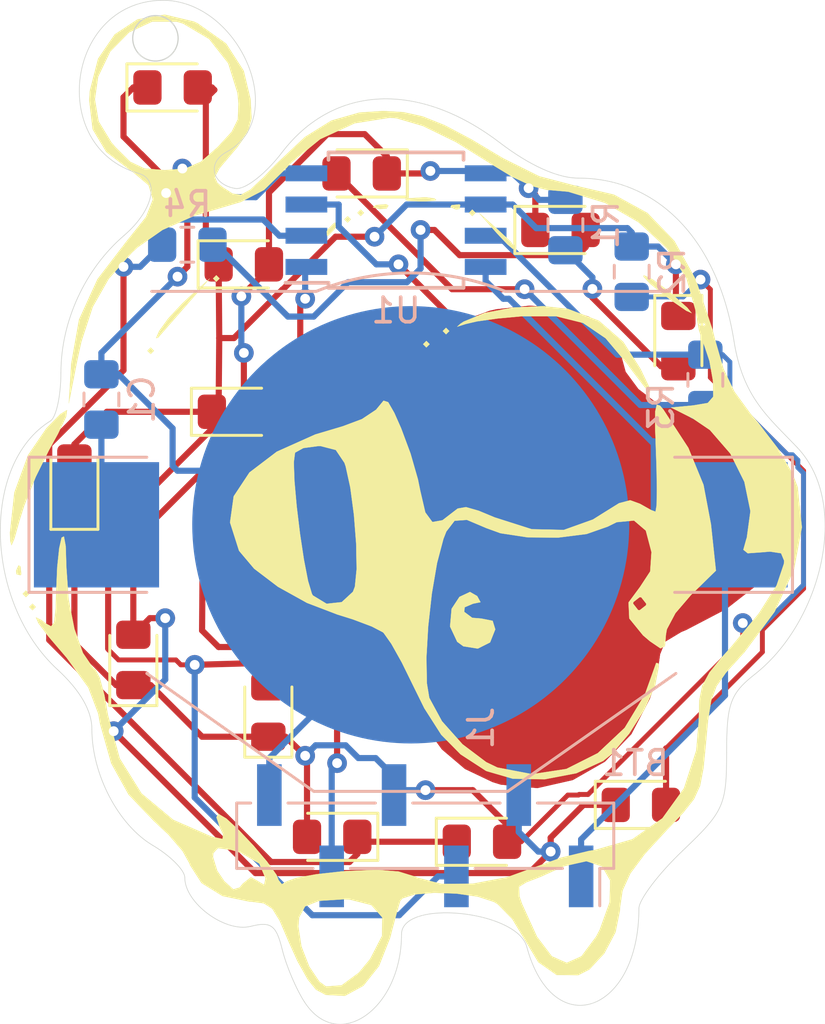
<source format=kicad_pcb>
(kicad_pcb (version 20171130) (host pcbnew "(5.1.5)-3")

  (general
    (thickness 1.6)
    (drawings 27)
    (tracks 267)
    (zones 0)
    (modules 22)
    (nets 13)
  )

  (page A4)
  (layers
    (0 F.Cu signal)
    (31 B.Cu signal)
    (32 B.Adhes user hide)
    (33 F.Adhes user hide)
    (34 B.Paste user)
    (35 F.Paste user)
    (36 B.SilkS user)
    (37 F.SilkS user)
    (38 B.Mask user)
    (39 F.Mask user)
    (40 Dwgs.User user hide)
    (41 Cmts.User user hide)
    (42 Eco1.User user hide)
    (43 Eco2.User user hide)
    (44 Edge.Cuts user)
    (45 Margin user hide)
    (46 B.CrtYd user hide)
    (47 F.CrtYd user hide)
    (48 B.Fab user hide)
    (49 F.Fab user hide)
  )

  (setup
    (last_trace_width 0.25)
    (trace_clearance 0.2)
    (zone_clearance 0.2)
    (zone_45_only no)
    (trace_min 0.2)
    (via_size 0.8)
    (via_drill 0.4)
    (via_min_size 0.4)
    (via_min_drill 0.3)
    (uvia_size 0.3)
    (uvia_drill 0.1)
    (uvias_allowed no)
    (uvia_min_size 0.2)
    (uvia_min_drill 0.1)
    (edge_width 0.05)
    (segment_width 0.2)
    (pcb_text_width 0.3)
    (pcb_text_size 1.5 1.5)
    (mod_edge_width 0.12)
    (mod_text_size 1 1)
    (mod_text_width 0.15)
    (pad_size 1.524 1.524)
    (pad_drill 0.762)
    (pad_to_mask_clearance 0.051)
    (solder_mask_min_width 0.25)
    (aux_axis_origin 0 0)
    (visible_elements 7FFFFFFF)
    (pcbplotparams
      (layerselection 0x010fc_ffffffff)
      (usegerberextensions false)
      (usegerberattributes false)
      (usegerberadvancedattributes false)
      (creategerberjobfile false)
      (excludeedgelayer true)
      (linewidth 0.100000)
      (plotframeref false)
      (viasonmask false)
      (mode 1)
      (useauxorigin false)
      (hpglpennumber 1)
      (hpglpenspeed 20)
      (hpglpendiameter 15.000000)
      (psnegative false)
      (psa4output false)
      (plotreference true)
      (plotvalue true)
      (plotinvisibletext false)
      (padsonsilk false)
      (subtractmaskfromsilk false)
      (outputformat 1)
      (mirror false)
      (drillshape 1)
      (scaleselection 1)
      (outputdirectory ""))
  )

  (net 0 "")
  (net 1 GND)
  (net 2 VCC)
  (net 3 "Net-(D1-Pad2)")
  (net 4 PB0)
  (net 5 "Net-(D2-Pad2)")
  (net 6 "Net-(D3-Pad2)")
  (net 7 "Net-(D4-Pad2)")
  (net 8 PB1)
  (net 9 PB2)
  (net 10 PB3)
  (net 11 RST)
  (net 12 "Net-(J2-Pad1)")

  (net_class Default "This is the default net class."
    (clearance 0.2)
    (trace_width 0.25)
    (via_dia 0.8)
    (via_drill 0.4)
    (uvia_dia 0.3)
    (uvia_drill 0.1)
    (add_net GND)
    (add_net "Net-(D1-Pad2)")
    (add_net "Net-(D2-Pad2)")
    (add_net "Net-(D3-Pad2)")
    (add_net "Net-(D4-Pad2)")
    (add_net "Net-(J2-Pad1)")
    (add_net PB0)
    (add_net PB1)
    (add_net PB2)
    (add_net PB3)
    (add_net RST)
    (add_net VCC)
  )

  (module Battery:BatteryHolder_Keystone_3002_1x2032 (layer B.Cu) (tedit 5D9C7E9A) (tstamp 5EB9CAFA)
    (at 189.7 114.1 180)
    (descr https://www.tme.eu/it/Document/a823211ec201a9e209042d155fe22d2b/KEYS2996.pdf)
    (tags "BR2016 CR2016 DL2016 BR2020 CL2020 BR2025 CR2025 DL2025 DR2032 CR2032 DL2032")
    (path /5EB101E9)
    (attr smd)
    (fp_text reference BT1 (at -9.15 -9.7 180) (layer B.SilkS)
      (effects (font (size 1 1) (thickness 0.15)) (justify mirror))
    )
    (fp_text value Battery_Cell (at 0 11 180) (layer B.Fab)
      (effects (font (size 1 1) (thickness 0.15)) (justify mirror))
    )
    (fp_line (start -15.35 2.55) (end -15.35 -2.55) (layer B.Fab) (width 0.1))
    (fp_line (start -15.35 -2.55) (end -10.55 -2.55) (layer B.Fab) (width 0.1))
    (fp_line (start -15.35 2.55) (end -10.55 2.55) (layer B.Fab) (width 0.1))
    (fp_line (start -10.55 -2.55) (end -10.55 -5.85) (layer B.Fab) (width 0.1))
    (fp_line (start 10.55 -2.55) (end 10.55 -5.9) (layer B.Fab) (width 0.1))
    (fp_line (start -3.8 -10.6) (end 3.8 -10.6) (layer B.Fab) (width 0.1))
    (fp_line (start 10.55 -2.55) (end 15.35 -2.55) (layer B.Fab) (width 0.1))
    (fp_line (start 15.35 -2.55) (end 15.35 2.55) (layer B.Fab) (width 0.1))
    (fp_line (start 15.35 2.55) (end 10.55 2.55) (layer B.Fab) (width 0.1))
    (fp_line (start 10.55 2.55) (end 10.55 9.3) (layer B.Fab) (width 0.1))
    (fp_line (start 10.55 9.3) (end -10.55 9.3) (layer B.Fab) (width 0.1))
    (fp_line (start -10.55 2.55) (end -10.55 9.3) (layer B.Fab) (width 0.1))
    (fp_line (start -10.55 -5.85) (end -3.8 -10.6) (layer B.Fab) (width 0.1))
    (fp_line (start -10.8 -6.05) (end -3.95 -10.85) (layer B.SilkS) (width 0.12))
    (fp_line (start -3.95 -10.85) (end 3.95 -10.85) (layer B.SilkS) (width 0.12))
    (fp_line (start 3.95 -10.85) (end 10.75 -6.05) (layer B.SilkS) (width 0.12))
    (fp_line (start 10.55 -5.9) (end 3.8 -10.6) (layer B.Fab) (width 0.1))
    (fp_circle (center 0 0) (end 10 0) (layer Dwgs.User) (width 0.2))
    (fp_line (start -10.55 9.5) (end -3.85 9.5) (layer B.SilkS) (width 0.12))
    (fp_arc (start 0 0) (end 3.85 9.5) (angle 44.1) (layer B.SilkS) (width 0.12))
    (fp_line (start 10.55 9.5) (end 3.85 9.5) (layer B.SilkS) (width 0.12))
    (fp_line (start -15.85 3.05) (end -11.05 3.05) (layer B.CrtYd) (width 0.05))
    (fp_line (start -11.05 3.05) (end -11.05 9.8) (layer B.CrtYd) (width 0.05))
    (fp_line (start -11.05 9.8) (end -3.9 9.8) (layer B.CrtYd) (width 0.05))
    (fp_arc (start 0 0) (end 3.9 9.8) (angle 43.40107348) (layer B.CrtYd) (width 0.05))
    (fp_line (start 11.05 9.8) (end 3.9 9.8) (layer B.CrtYd) (width 0.05))
    (fp_line (start 11.05 9.8) (end 11.05 3.05) (layer B.CrtYd) (width 0.05))
    (fp_line (start 11.05 3.05) (end 15.85 3.05) (layer B.CrtYd) (width 0.05))
    (fp_line (start 15.85 3.05) (end 15.85 -3.05) (layer B.CrtYd) (width 0.05))
    (fp_line (start 15.85 -3.05) (end 11.05 -3.05) (layer B.CrtYd) (width 0.05))
    (fp_line (start 11.05 -3.05) (end 11.05 -6.35) (layer B.CrtYd) (width 0.05))
    (fp_line (start 11.05 -6.35) (end 4.3 -11.1) (layer B.CrtYd) (width 0.05))
    (fp_line (start 4.3 -11.1) (end -4.3 -11.1) (layer B.CrtYd) (width 0.05))
    (fp_line (start -4.3 -11.1) (end -11.05 -6.35) (layer B.CrtYd) (width 0.05))
    (fp_line (start -11.05 -6.35) (end -11.05 -3.05) (layer B.CrtYd) (width 0.05))
    (fp_line (start -11.05 -3.05) (end -15.85 -3.05) (layer B.CrtYd) (width 0.05))
    (fp_line (start -15.85 -3.05) (end -15.85 3.05) (layer B.CrtYd) (width 0.05))
    (fp_line (start -10.75 2.75) (end -15.55 2.75) (layer B.SilkS) (width 0.12))
    (fp_line (start -15.55 2.75) (end -15.55 -2.75) (layer B.SilkS) (width 0.12))
    (fp_line (start -15.55 -2.75) (end -10.75 -2.75) (layer B.SilkS) (width 0.12))
    (fp_line (start 10.75 -2.75) (end 15.55 -2.75) (layer B.SilkS) (width 0.12))
    (fp_line (start 15.55 -2.75) (end 15.55 2.75) (layer B.SilkS) (width 0.12))
    (fp_line (start 15.55 2.75) (end 10.75 2.75) (layer B.SilkS) (width 0.12))
    (fp_text user %R (at -9.15 -9.7 180) (layer B.Fab)
      (effects (font (size 1 1) (thickness 0.15)) (justify mirror))
    )
    (pad 2 smd circle (at 0 0 180) (size 17.8 17.8) (layers B.Cu B.Mask)
      (net 1 GND))
    (pad 1 smd rect (at -12.8 0 180) (size 5.1 5.1) (layers B.Cu B.Paste B.Mask)
      (net 2 VCC))
    (pad 1 smd rect (at 12.8 0 180) (size 5.1 5.1) (layers B.Cu B.Paste B.Mask)
      (net 2 VCC))
    (model ${KISYS3DMOD}/Battery.3dshapes/BatteryHolder_Keystone_3002_1x2032.wrl
      (at (xyz 0 0 0))
      (scale (xyz 1 1 1))
      (rotate (xyz 0 0 0))
    )
  )

  (module Package_SO:SOIJ-8_5.3x5.3mm_P1.27mm (layer B.Cu) (tedit 5A02F2D3) (tstamp 5EB974C2)
    (at 189.1 101.7)
    (descr "8-Lead Plastic Small Outline (SM) - Medium, 5.28 mm Body [SOIC] (see Microchip Packaging Specification 00000049BS.pdf)")
    (tags "SOIC 1.27")
    (path /5EB0E74F)
    (attr smd)
    (fp_text reference U1 (at 0 3.68) (layer B.SilkS)
      (effects (font (size 1 1) (thickness 0.15)) (justify mirror))
    )
    (fp_text value " " (at 0 -3.68) (layer B.Fab) hide
      (effects (font (size 1 1) (thickness 0.15)) (justify mirror))
    )
    (fp_line (start -2.75 2.55) (end -4.5 2.55) (layer B.SilkS) (width 0.15))
    (fp_line (start -2.75 -2.755) (end 2.75 -2.755) (layer B.SilkS) (width 0.15))
    (fp_line (start -2.75 2.755) (end 2.75 2.755) (layer B.SilkS) (width 0.15))
    (fp_line (start -2.75 -2.755) (end -2.75 -2.455) (layer B.SilkS) (width 0.15))
    (fp_line (start 2.75 -2.755) (end 2.75 -2.455) (layer B.SilkS) (width 0.15))
    (fp_line (start 2.75 2.755) (end 2.75 2.455) (layer B.SilkS) (width 0.15))
    (fp_line (start -2.75 2.755) (end -2.75 2.55) (layer B.SilkS) (width 0.15))
    (fp_line (start -4.75 -2.95) (end 4.75 -2.95) (layer B.CrtYd) (width 0.05))
    (fp_line (start -4.75 2.95) (end 4.75 2.95) (layer B.CrtYd) (width 0.05))
    (fp_line (start 4.75 2.95) (end 4.75 -2.95) (layer B.CrtYd) (width 0.05))
    (fp_line (start -4.75 2.95) (end -4.75 -2.95) (layer B.CrtYd) (width 0.05))
    (fp_line (start -2.65 1.65) (end -1.65 2.65) (layer B.Fab) (width 0.15))
    (fp_line (start -2.65 -2.65) (end -2.65 1.65) (layer B.Fab) (width 0.15))
    (fp_line (start 2.65 -2.65) (end -2.65 -2.65) (layer B.Fab) (width 0.15))
    (fp_line (start 2.65 2.65) (end 2.65 -2.65) (layer B.Fab) (width 0.15))
    (fp_line (start -1.65 2.65) (end 2.65 2.65) (layer B.Fab) (width 0.15))
    (fp_text user %R (at 0 0) (layer B.Fab)
      (effects (font (size 1 1) (thickness 0.15)) (justify mirror))
    )
    (pad 8 smd rect (at 3.65 1.905) (size 1.7 0.65) (layers B.Cu B.Paste B.Mask)
      (net 2 VCC))
    (pad 7 smd rect (at 3.65 0.635) (size 1.7 0.65) (layers B.Cu B.Paste B.Mask)
      (net 9 PB2))
    (pad 6 smd rect (at 3.65 -0.635) (size 1.7 0.65) (layers B.Cu B.Paste B.Mask)
      (net 8 PB1))
    (pad 5 smd rect (at 3.65 -1.905) (size 1.7 0.65) (layers B.Cu B.Paste B.Mask)
      (net 4 PB0))
    (pad 4 smd rect (at -3.65 -1.905) (size 1.7 0.65) (layers B.Cu B.Paste B.Mask)
      (net 1 GND))
    (pad 3 smd rect (at -3.65 -0.635) (size 1.7 0.65) (layers B.Cu B.Paste B.Mask)
      (net 12 "Net-(J2-Pad1)"))
    (pad 2 smd rect (at -3.65 0.635) (size 1.7 0.65) (layers B.Cu B.Paste B.Mask)
      (net 10 PB3))
    (pad 1 smd rect (at -3.65 1.905) (size 1.7 0.65) (layers B.Cu B.Paste B.Mask)
      (net 11 RST))
    (model ${KISYS3DMOD}/Package_SO.3dshapes/SOIJ-8_5.3x5.3mm_P1.27mm.wrl
      (at (xyz 0 0 0))
      (scale (xyz 1 1 1))
      (rotate (xyz 0 0 0))
    )
  )

  (module Capacitor_SMD:C_0805_2012Metric_Pad1.15x1.40mm_HandSolder (layer B.Cu) (tedit 5B36C52B) (tstamp 5EB972FC)
    (at 177.1 109 90)
    (descr "Capacitor SMD 0805 (2012 Metric), square (rectangular) end terminal, IPC_7351 nominal with elongated pad for handsoldering. (Body size source: https://docs.google.com/spreadsheets/d/1BsfQQcO9C6DZCsRaXUlFlo91Tg2WpOkGARC1WS5S8t0/edit?usp=sharing), generated with kicad-footprint-generator")
    (tags "capacitor handsolder")
    (path /5EB1FA81)
    (attr smd)
    (fp_text reference C1 (at 0 1.65 90) (layer B.SilkS)
      (effects (font (size 1 1) (thickness 0.15)) (justify mirror))
    )
    (fp_text value 0.1uF (at 0 -1.65 90) (layer B.Fab)
      (effects (font (size 1 1) (thickness 0.15)) (justify mirror))
    )
    (fp_text user %R (at 0 0) (layer B.Fab)
      (effects (font (size 0.5 0.5) (thickness 0.08)) (justify mirror))
    )
    (fp_line (start 1.85 -0.95) (end -1.85 -0.95) (layer B.CrtYd) (width 0.05))
    (fp_line (start 1.85 0.95) (end 1.85 -0.95) (layer B.CrtYd) (width 0.05))
    (fp_line (start -1.85 0.95) (end 1.85 0.95) (layer B.CrtYd) (width 0.05))
    (fp_line (start -1.85 -0.95) (end -1.85 0.95) (layer B.CrtYd) (width 0.05))
    (fp_line (start -0.261252 -0.71) (end 0.261252 -0.71) (layer B.SilkS) (width 0.12))
    (fp_line (start -0.261252 0.71) (end 0.261252 0.71) (layer B.SilkS) (width 0.12))
    (fp_line (start 1 -0.6) (end -1 -0.6) (layer B.Fab) (width 0.1))
    (fp_line (start 1 0.6) (end 1 -0.6) (layer B.Fab) (width 0.1))
    (fp_line (start -1 0.6) (end 1 0.6) (layer B.Fab) (width 0.1))
    (fp_line (start -1 -0.6) (end -1 0.6) (layer B.Fab) (width 0.1))
    (pad 2 smd roundrect (at 1.025 0 90) (size 1.15 1.4) (layers B.Cu B.Paste B.Mask) (roundrect_rratio 0.217391)
      (net 1 GND))
    (pad 1 smd roundrect (at -1.025 0 90) (size 1.15 1.4) (layers B.Cu B.Paste B.Mask) (roundrect_rratio 0.217391)
      (net 2 VCC))
    (model ${KISYS3DMOD}/Capacitor_SMD.3dshapes/C_0805_2012Metric.wrl
      (at (xyz 0 0 0))
      (scale (xyz 1 1 1))
      (rotate (xyz 0 0 0))
    )
  )

  (module Connector_PinHeader_2.54mm:PinHeader_1x06_P2.54mm_Vertical_SMD_Pin1Left (layer B.Cu) (tedit 59FED5CC) (tstamp 5EB97447)
    (at 190.29 126.755 90)
    (descr "surface-mounted straight pin header, 1x06, 2.54mm pitch, single row, style 1 (pin 1 left)")
    (tags "Surface mounted pin header SMD 1x06 2.54mm single row style1 pin1 left")
    (path /5EB5EE03)
    (attr smd)
    (fp_text reference J1 (at 4.385 2.27 90) (layer B.SilkS)
      (effects (font (size 1 1) (thickness 0.15)) (justify mirror))
    )
    (fp_text value ISP (at 4.385 -14.97 90) (layer B.Fab)
      (effects (font (size 1 1) (thickness 0.15)) (justify mirror))
    )
    (fp_text user %R (at 2.77 -6.35 180) (layer B.Fab)
      (effects (font (size 1 1) (thickness 0.15)) (justify mirror))
    )
    (fp_line (start 3.45 8.15) (end -3.45 8.15) (layer B.CrtYd) (width 0.05))
    (fp_line (start 3.45 -8.15) (end 3.45 8.15) (layer B.CrtYd) (width 0.05))
    (fp_line (start -3.45 -8.15) (end 3.45 -8.15) (layer B.CrtYd) (width 0.05))
    (fp_line (start -3.45 8.15) (end -3.45 -8.15) (layer B.CrtYd) (width 0.05))
    (fp_line (start -1.33 -4.57) (end -1.33 -7.68) (layer B.SilkS) (width 0.12))
    (fp_line (start -1.33 0.51) (end -1.33 -3.05) (layer B.SilkS) (width 0.12))
    (fp_line (start -1.33 5.59) (end -1.33 2.03) (layer B.SilkS) (width 0.12))
    (fp_line (start 1.33 -2.03) (end 1.33 -5.59) (layer B.SilkS) (width 0.12))
    (fp_line (start 1.33 3.05) (end 1.33 -0.51) (layer B.SilkS) (width 0.12))
    (fp_line (start 1.33 -7.11) (end 1.33 -7.68) (layer B.SilkS) (width 0.12))
    (fp_line (start -1.33 7.68) (end -1.33 7.11) (layer B.SilkS) (width 0.12))
    (fp_line (start -1.33 7.11) (end -2.85 7.11) (layer B.SilkS) (width 0.12))
    (fp_line (start 1.33 7.68) (end 1.33 4.57) (layer B.SilkS) (width 0.12))
    (fp_line (start -1.33 -7.68) (end 1.33 -7.68) (layer B.SilkS) (width 0.12))
    (fp_line (start -1.33 7.68) (end 1.33 7.68) (layer B.SilkS) (width 0.12))
    (fp_line (start 2.54 -6.67) (end 1.27 -6.67) (layer B.Fab) (width 0.1))
    (fp_line (start 2.54 -6.03) (end 2.54 -6.67) (layer B.Fab) (width 0.1))
    (fp_line (start 1.27 -6.03) (end 2.54 -6.03) (layer B.Fab) (width 0.1))
    (fp_line (start 2.54 -1.59) (end 1.27 -1.59) (layer B.Fab) (width 0.1))
    (fp_line (start 2.54 -0.95) (end 2.54 -1.59) (layer B.Fab) (width 0.1))
    (fp_line (start 1.27 -0.95) (end 2.54 -0.95) (layer B.Fab) (width 0.1))
    (fp_line (start 2.54 3.49) (end 1.27 3.49) (layer B.Fab) (width 0.1))
    (fp_line (start 2.54 4.13) (end 2.54 3.49) (layer B.Fab) (width 0.1))
    (fp_line (start 1.27 4.13) (end 2.54 4.13) (layer B.Fab) (width 0.1))
    (fp_line (start -2.54 -4.13) (end -1.27 -4.13) (layer B.Fab) (width 0.1))
    (fp_line (start -2.54 -3.49) (end -2.54 -4.13) (layer B.Fab) (width 0.1))
    (fp_line (start -1.27 -3.49) (end -2.54 -3.49) (layer B.Fab) (width 0.1))
    (fp_line (start -2.54 0.95) (end -1.27 0.95) (layer B.Fab) (width 0.1))
    (fp_line (start -2.54 1.59) (end -2.54 0.95) (layer B.Fab) (width 0.1))
    (fp_line (start -1.27 1.59) (end -2.54 1.59) (layer B.Fab) (width 0.1))
    (fp_line (start -2.54 6.03) (end -1.27 6.03) (layer B.Fab) (width 0.1))
    (fp_line (start -2.54 6.67) (end -2.54 6.03) (layer B.Fab) (width 0.1))
    (fp_line (start -1.27 6.67) (end -2.54 6.67) (layer B.Fab) (width 0.1))
    (fp_line (start 1.27 7.62) (end 1.27 -7.62) (layer B.Fab) (width 0.1))
    (fp_line (start -1.27 6.67) (end -0.32 7.62) (layer B.Fab) (width 0.1))
    (fp_line (start -1.27 -7.62) (end -1.27 6.67) (layer B.Fab) (width 0.1))
    (fp_line (start -0.32 7.62) (end 1.27 7.62) (layer B.Fab) (width 0.1))
    (fp_line (start 1.27 -7.62) (end -1.27 -7.62) (layer B.Fab) (width 0.1))
    (pad 6 smd rect (at 1.655 -6.35 90) (size 2.51 1) (layers B.Cu B.Paste B.Mask)
      (net 1 GND))
    (pad 4 smd rect (at 1.655 -1.27 90) (size 2.51 1) (layers B.Cu B.Paste B.Mask)
      (net 9 PB2))
    (pad 2 smd rect (at 1.655 3.81 90) (size 2.51 1) (layers B.Cu B.Paste B.Mask)
      (net 4 PB0))
    (pad 5 smd rect (at -1.655 -3.81 90) (size 2.51 1) (layers B.Cu B.Paste B.Mask)
      (net 11 RST))
    (pad 3 smd rect (at -1.655 1.27 90) (size 2.51 1) (layers B.Cu B.Paste B.Mask)
      (net 8 PB1))
    (pad 1 smd rect (at -1.655 6.35 90) (size 2.51 1) (layers B.Cu B.Paste B.Mask)
      (net 2 VCC))
    (model ${KISYS3DMOD}/Connector_PinHeader_2.54mm.3dshapes/PinHeader_1x06_P2.54mm_Vertical_SMD_Pin1Left.wrl
      (at (xyz 0 0 0))
      (scale (xyz 1 1 1))
      (rotate (xyz 0 0 0))
    )
  )

  (module charlieplex:mareep (layer F.Cu) (tedit 0) (tstamp 5EB98D00)
    (at 189.4 113.3)
    (fp_text reference G*** (at 0 1.27) (layer F.Fab) hide
      (effects (font (size 1.524 1.524) (thickness 0.3)))
    )
    (fp_text value LOGO (at 0.75 0) (layer F.CrtYd) hide
      (effects (font (size 1.524 1.524) (thickness 0.3)))
    )
    (fp_poly (pts (xy 1.273117 -12.482651) (xy 1.335617 -12.410379) (xy 0.951661 -12.369827) (xy 0.668421 -12.366373)
      (xy 0.15064 -12.392698) (xy 0.072084 -12.453085) (xy 0.203643 -12.488047) (xy 0.900307 -12.531093)
      (xy 1.273117 -12.482651)) (layer F.SilkS) (width 0.01))
    (fp_poly (pts (xy 2.317193 -12.209824) (xy 2.280491 -12.050874) (xy 2.138947 -12.031579) (xy 1.918873 -12.129405)
      (xy 1.960702 -12.209824) (xy 2.278005 -12.241823) (xy 2.317193 -12.209824)) (layer F.SilkS) (width 0.01))
    (fp_poly (pts (xy -0.607149 -12.193114) (xy -0.686889 -12.071592) (xy -0.95807 -12.052687) (xy -1.243362 -12.117984)
      (xy -1.119605 -12.214222) (xy -0.701741 -12.246096) (xy -0.607149 -12.193114)) (layer F.SilkS) (width 0.01))
    (fp_poly (pts (xy 2.941052 -11.897895) (xy 2.807368 -11.76421) (xy 2.673684 -11.897895) (xy 2.807368 -12.031579)
      (xy 2.941052 -11.897895)) (layer F.SilkS) (width 0.01))
    (fp_poly (pts (xy -1.604211 -11.897895) (xy -1.737895 -11.76421) (xy -1.871579 -11.897895) (xy -1.737895 -12.031579)
      (xy -1.604211 -11.897895)) (layer F.SilkS) (width 0.01))
    (fp_poly (pts (xy -2.138948 -11.630526) (xy -2.272632 -11.496842) (xy -2.406316 -11.630526) (xy -2.272632 -11.76421)
      (xy -2.138948 -11.630526)) (layer F.SilkS) (width 0.01))
    (fp_poly (pts (xy -2.757568 -11.324136) (xy -2.807369 -11.229474) (xy -3.059287 -10.974136) (xy -3.106296 -10.962105)
      (xy -3.124538 -11.134811) (xy -3.074737 -11.229474) (xy -2.822819 -11.484811) (xy -2.77581 -11.496842)
      (xy -2.757568 -11.324136)) (layer F.SilkS) (width 0.01))
    (fp_poly (pts (xy 3.81 -11.24971) (xy 4.368714 -10.72716) (xy 4.542188 -10.47343) (xy 4.458185 -10.427368)
      (xy 4.243233 -10.606725) (xy 3.823729 -11.049458) (xy 3.722922 -11.162631) (xy 3.074737 -11.897895)
      (xy 3.81 -11.24971)) (layer F.SilkS) (width 0.01))
    (fp_poly (pts (xy -7.486316 -9.22421) (xy -7.62 -9.090526) (xy -7.753684 -9.22421) (xy -7.62 -9.357895)
      (xy -7.486316 -9.22421)) (layer F.SilkS) (width 0.01))
    (fp_poly (pts (xy 10.135029 -9.197147) (xy 10.698848 -8.791457) (xy 10.972205 -8.566655) (xy 11.564911 -8.034575)
      (xy 11.743552 -7.816002) (xy 11.526993 -7.910571) (xy 10.934098 -8.317917) (xy 10.588144 -8.574099)
      (xy 10.04027 -9.019665) (xy 9.777011 -9.303608) (xy 9.796138 -9.357895) (xy 10.135029 -9.197147)) (layer F.SilkS) (width 0.01))
    (fp_poly (pts (xy 1.871579 -7.085263) (xy 1.737895 -6.951579) (xy 1.60421 -7.085263) (xy 1.737895 -7.218947)
      (xy 1.871579 -7.085263)) (layer F.SilkS) (width 0.01))
    (fp_poly (pts (xy -8.822416 -8.154176) (xy -9.397289 -7.497025) (xy -9.843306 -6.987213) (xy -9.99146 -6.817895)
      (xy -10.072777 -6.798826) (xy -9.948368 -7.085263) (xy -9.577958 -7.59679) (xy -8.988626 -8.226013)
      (xy -8.779325 -8.421545) (xy -7.887369 -9.22309) (xy -8.822416 -8.154176)) (layer F.SilkS) (width 0.01))
    (fp_poly (pts (xy 1.069473 -6.550526) (xy 0.935789 -6.416842) (xy 0.802105 -6.550526) (xy 0.935789 -6.68421)
      (xy 1.069473 -6.550526)) (layer F.SilkS) (width 0.01))
    (fp_poly (pts (xy -10.16 -6.283158) (xy -10.293684 -6.149474) (xy -10.427369 -6.283158) (xy -10.293684 -6.416842)
      (xy -10.16 -6.283158)) (layer F.SilkS) (width 0.01))
    (fp_poly (pts (xy 6.699162 -7.987989) (xy 7.966195 -7.503434) (xy 8.956596 -6.642067) (xy 9.656717 -5.547895)
      (xy 9.992939 -4.849535) (xy 10.05392 -4.599189) (xy 9.836492 -4.798051) (xy 9.337486 -5.447314)
      (xy 9.117267 -5.751165) (xy 8.235814 -6.792979) (xy 7.31936 -7.415788) (xy 6.213733 -7.68942)
      (xy 4.838845 -7.688939) (xy 3.839883 -7.597303) (xy 2.995877 -7.478692) (xy 2.54 -7.373507)
      (xy 2.19168 -7.262204) (xy 2.315976 -7.377834) (xy 2.455955 -7.469786) (xy 3.315626 -7.822527)
      (xy 4.473815 -8.041483) (xy 5.704963 -8.099108) (xy 6.699162 -7.987989)) (layer F.SilkS) (width 0.01))
    (fp_poly (pts (xy -13.73423 -3.603549) (xy -14.06796 -2.905862) (xy -14.446025 -2.217053) (xy -14.975327 -1.148373)
      (xy -15.441112 0.011461) (xy -15.631587 0.611934) (xy -15.84375 1.362323) (xy -15.960073 1.632975)
      (xy -16.011277 1.463694) (xy -16.02451 1.121028) (xy -15.845704 -0.512893) (xy -15.289015 -2.034257)
      (xy -14.539475 -3.128428) (xy -13.969327 -3.708386) (xy -13.701132 -3.868908) (xy -13.73423 -3.603549)) (layer F.SilkS) (width 0.01))
    (fp_poly (pts (xy -15.596491 2.495439) (xy -15.564493 2.812742) (xy -15.596491 2.85193) (xy -15.755442 2.815228)
      (xy -15.774737 2.673684) (xy -15.676911 2.45361) (xy -15.596491 2.495439)) (layer F.SilkS) (width 0.01))
    (fp_poly (pts (xy -15.24 3.609474) (xy -15.373684 3.743158) (xy -15.507369 3.609474) (xy -15.373684 3.47579)
      (xy -15.24 3.609474)) (layer F.SilkS) (width 0.01))
    (fp_poly (pts (xy -14.972632 4.144211) (xy -15.106316 4.277895) (xy -15.24 4.144211) (xy -15.106316 4.010526)
      (xy -14.972632 4.144211)) (layer F.SilkS) (width 0.01))
    (fp_poly (pts (xy 3.005858 3.701016) (xy 3.142026 3.949389) (xy 2.838561 4.010526) (xy 2.49416 4.157165)
      (xy 2.48035 4.344737) (xy 2.805184 4.586543) (xy 3.171051 4.615258) (xy 3.635443 4.707958)
      (xy 3.743158 5.054547) (xy 3.531718 5.586424) (xy 3.031335 5.838195) (xy 2.442915 5.744212)
      (xy 2.192421 5.561263) (xy 1.901307 4.941664) (xy 1.964693 4.217657) (xy 2.283963 3.733754)
      (xy 2.712732 3.532974) (xy 3.005858 3.701016)) (layer F.SilkS) (width 0.01))
    (fp_poly (pts (xy -0.619971 -4.190832) (xy -0.369919 -3.756658) (xy -0.091194 -3.129486) (xy 0.291358 -2.101457)
      (xy 0.592673 -1.051415) (xy 0.685 -0.598291) (xy 0.892851 0.294491) (xy 1.181578 0.687813)
      (xy 1.592025 0.615454) (xy 1.88205 0.391576) (xy 2.212313 0.138381) (xy 2.549447 0.080265)
      (xy 3.064578 0.22724) (xy 3.719504 0.499069) (xy 5.227948 0.979813) (xy 6.53255 1.009353)
      (xy 7.721101 0.584697) (xy 8.094739 0.349988) (xy 8.783258 -0.078403) (xy 9.239659 -0.199095)
      (xy 9.634476 -0.056266) (xy 9.642851 -0.051065) (xy 10.093145 0.201246) (xy 10.270889 0.267369)
      (xy 10.313367 0.020495) (xy 10.3267 -0.639619) (xy 10.309773 -1.592212) (xy 10.292484 -2.072105)
      (xy 10.254162 -3.176471) (xy 10.259965 -3.82318) (xy 10.322841 -4.088402) (xy 10.455738 -4.048309)
      (xy 10.59927 -3.876842) (xy 11.607539 -2.3319) (xy 12.224736 -0.827874) (xy 12.529044 0.779128)
      (xy 12.730633 2.665787) (xy 11.712685 3.659787) (xy 11.08174 4.395519) (xy 10.732223 5.053248)
      (xy 10.694737 5.267946) (xy 10.654742 5.739721) (xy 10.469808 5.828935) (xy 10.042512 5.538845)
      (xy 9.760981 5.299152) (xy 9.202168 4.612914) (xy 9.173291 4.010526) (xy 9.357895 4.010526)
      (xy 9.561355 4.270125) (xy 9.625263 4.277895) (xy 9.884862 4.074434) (xy 9.892631 4.010526)
      (xy 9.689171 3.750927) (xy 9.625263 3.743158) (xy 9.365664 3.946619) (xy 9.357895 4.010526)
      (xy 9.173291 4.010526) (xy 9.170923 3.961139) (xy 9.638233 3.330368) (xy 10.052505 2.698401)
      (xy 10.106127 1.912323) (xy 9.875958 1.037685) (xy 9.394104 0.626115) (xy 8.687771 0.693425)
      (xy 8.320419 0.874357) (xy 7.46252 1.17467) (xy 6.305878 1.321145) (xy 5.064649 1.311192)
      (xy 3.952989 1.14222) (xy 3.378385 0.934142) (xy 2.58757 0.599524) (xy 2.08603 0.635384)
      (xy 1.74968 1.072963) (xy 1.631309 1.374033) (xy 1.371621 2.356162) (xy 1.159983 3.595189)
      (xy 1.010712 4.930604) (xy 0.938121 6.201896) (xy 0.956524 7.248555) (xy 1.054498 7.841992)
      (xy 1.572269 8.795339) (xy 2.408041 9.731892) (xy 3.374466 10.46002) (xy 3.827405 10.678338)
      (xy 5.244555 10.949419) (xy 6.636294 10.737825) (xy 7.920621 10.092617) (xy 9.015532 9.062854)
      (xy 9.839026 7.697597) (xy 10.120881 6.913145) (xy 10.297099 6.421271) (xy 10.39145 6.442091)
      (xy 10.403255 6.564872) (xy 10.252637 7.351932) (xy 9.815084 8.324439) (xy 9.195699 9.304181)
      (xy 8.499586 10.112943) (xy 8.134308 10.412115) (xy 7.044503 10.911716) (xy 5.749468 11.158447)
      (xy 4.460324 11.1352) (xy 3.388192 10.824867) (xy 3.342105 10.800437) (xy 2.33322 10.14463)
      (xy 1.544344 9.347833) (xy 0.852049 8.265233) (xy 0.398954 7.34745) (xy -0.063046 6.406715)
      (xy -0.490661 5.643818) (xy -0.801505 5.203985) (xy -0.834098 5.173938) (xy -1.285294 4.9394)
      (xy -2.057868 4.648623) (xy -2.690743 4.450859) (xy -3.926446 3.978745) (xy -5.107054 3.323756)
      (xy -6.078672 2.585924) (xy -6.687402 1.865281) (xy -6.697731 1.846317) (xy -7.060819 0.705758)
      (xy -6.911584 -0.360771) (xy -6.270092 -1.32928) (xy -5.729364 -1.740283) (xy -4.464433 -1.740283)
      (xy -4.435655 -0.962869) (xy -4.345097 0.052225) (xy -4.210789 1.160983) (xy -4.050762 2.21939)
      (xy -3.883049 3.083433) (xy -3.725678 3.609095) (xy -3.685687 3.676316) (xy -3.128044 4.013691)
      (xy -2.512229 3.947942) (xy -2.054153 3.52469) (xy -1.974506 3.314747) (xy -1.904041 2.604702)
      (xy -1.922843 1.56567) (xy -2.01442 0.392839) (xy -2.162278 -0.718605) (xy -2.349926 -1.573473)
      (xy -2.400028 -1.721356) (xy -2.752916 -2.245245) (xy -3.374694 -2.405333) (xy -3.453393 -2.406316)
      (xy -4.073996 -2.323624) (xy -4.413399 -2.136002) (xy -4.464433 -1.740283) (xy -5.729364 -1.740283)
      (xy -5.156409 -2.175781) (xy -3.590602 -2.876284) (xy -2.468145 -3.210042) (xy -1.687195 -3.502114)
      (xy -1.113238 -3.883347) (xy -1.007698 -4.010088) (xy -0.807893 -4.251605) (xy -0.619971 -4.190832)) (layer F.SilkS) (width 0.01))
    (fp_poly (pts (xy -8.525383 -19.67889) (xy -8.384144 -19.612311) (xy -7.221079 -18.787727) (xy -6.501788 -17.673179)
      (xy -6.223871 -16.517043) (xy -6.184754 -15.737138) (xy -6.341613 -15.162684) (xy -6.77933 -14.545465)
      (xy -6.97622 -14.316995) (xy -7.487093 -13.710841) (xy -7.675794 -13.358645) (xy -7.58103 -13.119761)
      (xy -7.356057 -12.936811) (xy -6.955832 -12.678885) (xy -6.621082 -12.62905) (xy -6.235401 -12.83833)
      (xy -5.682382 -13.35775) (xy -5.168953 -13.895487) (xy -4.013924 -14.980272) (xy -2.935842 -15.65057)
      (xy -1.789167 -15.978145) (xy -0.815625 -16.042105) (xy 0.007796 -15.993582) (xy 0.7997 -15.816842)
      (xy 1.678489 -15.465131) (xy 2.762566 -14.891693) (xy 4.064007 -14.115209) (xy 5.539421 -13.38216)
      (xy 6.923843 -13.020492) (xy 8.577966 -12.637019) (xy 9.93919 -11.89166) (xy 11.040772 -10.748315)
      (xy 11.915967 -9.170883) (xy 12.598033 -7.123265) (xy 12.688207 -6.763119) (xy 13.034858 -5.559238)
      (xy 13.47661 -4.627598) (xy 14.148513 -3.707197) (xy 14.454904 -3.348709) (xy 15.254063 -2.310302)
      (xy 15.842487 -1.300385) (xy 16.05855 -0.741033) (xy 16.230879 0.901338) (xy 15.911084 2.617367)
      (xy 15.122319 4.337767) (xy 13.887737 5.993251) (xy 13.762909 6.128831) (xy 13.139608 6.818848)
      (xy 12.755699 7.367544) (xy 12.53718 7.954974) (xy 12.410048 8.761196) (xy 12.330469 9.614104)
      (xy 12.226256 10.69215) (xy 12.087252 11.417353) (xy 11.835014 11.969823) (xy 11.391099 12.529669)
      (xy 10.782368 13.168617) (xy 9.838856 14.192475) (xy 9.242999 14.994261) (xy 8.927126 15.68872)
      (xy 8.823563 16.390601) (xy 8.822158 16.492423) (xy 8.641871 17.379992) (xy 8.184626 18.245898)
      (xy 7.572522 18.900942) (xy 7.118459 19.132401) (xy 6.238062 19.120459) (xy 5.495468 18.601267)
      (xy 4.903466 17.621976) (xy 4.430172 16.837955) (xy 3.850582 16.248455) (xy 3.693696 16.150212)
      (xy 3.029139 15.933629) (xy 2.158634 15.809118) (xy 1.246822 15.778457) (xy 0.458341 15.843422)
      (xy -0.042168 16.005791) (xy -0.128875 16.108947) (xy -0.260891 16.560753) (xy -0.459419 17.29886)
      (xy -0.540118 17.610208) (xy -0.992503 18.758708) (xy -1.63146 19.563694) (xy -2.381447 19.972458)
      (xy -3.166922 19.932294) (xy -3.561695 19.718421) (xy -3.897942 19.303172) (xy -4.316194 18.55777)
      (xy -4.668038 17.78) (xy -4.936285 17.153462) (xy -4.277895 17.153462) (xy -4.151423 17.964774)
      (xy -3.834539 18.779248) (xy -3.421041 19.394651) (xy -3.147205 19.591294) (xy -2.516851 19.544792)
      (xy -1.809739 19.025349) (xy -1.355436 18.474533) (xy -0.867686 17.529372) (xy -0.858138 16.781666)
      (xy -1.307793 16.274103) (xy -2.197655 16.04937) (xy -2.437922 16.042105) (xy -3.434291 16.104557)
      (xy -4.004825 16.331567) (xy -4.248 16.782616) (xy -4.277895 17.153462) (xy -4.936285 17.153462)
      (xy -5.04027 16.910587) (xy -5.340159 16.425379) (xy -5.681974 16.207461) (xy -6.179982 16.139919)
      (xy -6.275289 16.135528) (xy -7.367331 15.908548) (xy -8.218576 15.38326) (xy -8.6935 14.645723)
      (xy -8.70867 14.590284) (xy -8.859173 14.321015) (xy -7.753684 14.321015) (xy -7.582164 14.880943)
      (xy -7.295158 15.303507) (xy -6.925187 15.637533) (xy -6.670818 15.564668) (xy -6.643757 15.531455)
      (xy 4.714072 15.531455) (xy 4.725957 15.917702) (xy 4.833285 16.230114) (xy 5.441256 17.563456)
      (xy 6.04796 18.36329) (xy 6.652544 18.62933) (xy 7.254156 18.361294) (xy 7.851944 17.558895)
      (xy 7.996016 17.284219) (xy 8.402704 16.155759) (xy 8.423356 15.277167) (xy 8.095352 14.703905)
      (xy 7.456072 14.491433) (xy 6.542897 14.695212) (xy 6.319228 14.796376) (xy 5.605574 15.120792)
      (xy 5.032646 15.342003) (xy 5.016149 15.347104) (xy 4.714072 15.531455) (xy -6.643757 15.531455)
      (xy -6.537223 15.400706) (xy -6.209457 15.1435) (xy -5.926275 15.302778) (xy -5.671493 15.452127)
      (xy -5.614737 15.192527) (xy -5.869174 14.588478) (xy -6.627168 14.146843) (xy -7.019917 14.029352)
      (xy -7.5536 13.959372) (xy -7.742539 14.165625) (xy -7.753684 14.321015) (xy -8.859173 14.321015)
      (xy -8.994032 14.079737) (xy -9.569944 13.410258) (xy -10.15979 12.859799) (xy -11.193119 11.781252)
      (xy -11.899921 10.510106) (xy -12.354062 8.903877) (xy -12.428773 8.482968) (xy -12.834299 7.42126)
      (xy -13.722337 6.203111) (xy -13.782711 6.13457) (xy -14.462627 5.338904) (xy -14.865615 4.803653)
      (xy -14.967549 4.569246) (xy -14.744303 4.676115) (xy -14.571579 4.812632) (xy -14.346743 4.93319)
      (xy -14.220513 4.761906) (xy -14.161491 4.207949) (xy -14.143875 3.57537) (xy -14.099202 2.519826)
      (xy -14.01842 1.7522) (xy -13.921127 1.321069) (xy -13.826922 1.275008) (xy -13.755402 1.662595)
      (xy -13.726166 2.532408) (xy -13.726157 2.54) (xy -13.637085 3.833788) (xy -13.398896 5.039615)
      (xy -13.051209 6.01836) (xy -12.633644 6.630902) (xy -12.541603 6.699484) (xy -12.365151 7.034361)
      (xy -12.175878 7.739599) (xy -12.03343 8.542694) (xy -11.553902 10.311171) (xy -10.665819 11.734815)
      (xy -9.372438 12.809815) (xy -7.797579 13.496724) (xy -7.362871 13.588468) (xy -7.34135 13.391009)
      (xy -7.472776 13.126353) (xy -7.615074 12.703346) (xy -7.529775 12.566316) (xy -7.210949 12.756262)
      (xy -6.692079 13.235032) (xy -6.097089 13.866021) (xy -5.549902 14.512625) (xy -5.174441 15.03824)
      (xy -5.08 15.266764) (xy -4.95017 15.428587) (xy -4.74579 15.30858) (xy -4.331411 15.163818)
      (xy -3.540312 15.021978) (xy -2.529962 14.910097) (xy -2.339255 14.895391) (xy -1.081873 14.843697)
      (xy -0.196292 14.912613) (xy 0.469668 15.116035) (xy 0.562907 15.160444) (xy 1.555404 15.417335)
      (xy 2.832797 15.406241) (xy 4.226541 15.142615) (xy 5.411117 14.715973) (xy 6.441723 14.342913)
      (xy 7.563005 14.072339) (xy 7.800938 14.036079) (xy 9.326798 13.599015) (xy 10.549357 12.745525)
      (xy 11.429798 11.523931) (xy 11.929306 9.982554) (xy 12.031579 8.769336) (xy 12.053719 7.944806)
      (xy 12.173012 7.35113) (xy 12.468767 6.80822) (xy 13.020291 6.135988) (xy 13.355827 5.762327)
      (xy 14.481719 4.403271) (xy 15.20323 3.2661) (xy 15.500458 2.38324) (xy 15.507368 2.256657)
      (xy 15.38455 1.958524) (xy 14.931403 1.889752) (xy 14.617073 1.917013) (xy 14.025795 1.958462)
      (xy 13.848217 1.815455) (xy 13.968794 1.379973) (xy 13.98799 1.32892) (xy 14.135842 0.245709)
      (xy 13.888583 -0.948669) (xy 13.315643 -2.100527) (xy 12.486448 -3.056175) (xy 11.795938 -3.52347)
      (xy 10.902536 -3.972203) (xy 11.801268 -4.058207) (xy 12.398491 -4.157682) (xy 12.622521 -4.415564)
      (xy 12.61329 -5.009453) (xy 12.606346 -5.08) (xy 12.467102 -5.868812) (xy 12.259078 -6.490009)
      (xy 12.249785 -6.50787) (xy 12.041863 -7.11536) (xy 12.000025 -7.352631) (xy 12.031579 -7.352631)
      (xy 12.165263 -7.218947) (xy 12.298947 -7.352631) (xy 12.165263 -7.486316) (xy 12.031579 -7.352631)
      (xy 12.000025 -7.352631) (xy 11.903075 -7.902446) (xy 11.900695 -7.927237) (xy 11.526372 -9.241908)
      (xy 10.718932 -10.464426) (xy 9.5799 -11.512597) (xy 8.210804 -12.304227) (xy 6.713169 -12.75712)
      (xy 5.842131 -12.832193) (xy 5.251045 -12.980405) (xy 4.430185 -13.364059) (xy 3.703183 -13.805189)
      (xy 2.144413 -14.774257) (xy 0.795527 -15.431782) (xy -0.274528 -15.74596) (xy -0.55395 -15.768865)
      (xy -1.982815 -15.541517) (xy -3.388475 -14.896763) (xy -4.582705 -13.925835) (xy -4.751664 -13.734296)
      (xy -5.675871 -12.827342) (xy -6.625532 -12.336112) (xy -6.813001 -12.283172) (xy -8.516383 -11.777286)
      (xy -9.809945 -11.201731) (xy -10.818497 -10.497437) (xy -11.065298 -10.270594) (xy -12.001861 -9.211009)
      (xy -12.654796 -8.065179) (xy -13.116099 -6.651226) (xy -13.285067 -5.882105) (xy -13.627894 -4.14421)
      (xy -13.527818 -5.767776) (xy -13.211154 -7.550897) (xy -12.461837 -9.191559) (xy -11.231464 -10.795244)
      (xy -11.21048 -10.818059) (xy -10.480567 -11.731107) (xy -10.204476 -12.440582) (xy -10.378645 -13.019932)
      (xy -10.999512 -13.542611) (xy -11.07611 -13.588751) (xy -12.102915 -14.375456) (xy -12.65627 -15.299006)
      (xy -12.797115 -16.477014) (xy -12.794311 -16.519303) (xy -12.565317 -16.519303) (xy -12.414127 -15.620972)
      (xy -11.894267 -14.767304) (xy -11.736513 -14.580882) (xy -11.129144 -13.977677) (xy -10.552258 -13.702921)
      (xy -9.74623 -13.63586) (xy -9.704513 -13.635789) (xy -8.875813 -13.701998) (xy -8.249269 -13.975613)
      (xy -7.568995 -14.569119) (xy -7.559305 -14.5788) (xy -6.993763 -15.195105) (xy -6.742008 -15.701922)
      (xy -6.715478 -16.341981) (xy -6.757651 -16.775916) (xy -7.136966 -17.986753) (xy -7.912735 -18.971427)
      (xy -8.974778 -19.600549) (xy -9.227339 -19.676255) (xy -10.235232 -19.678574) (xy -11.172784 -19.242408)
      (xy -11.939145 -18.463137) (xy -12.433465 -17.436142) (xy -12.565317 -16.519303) (xy -12.794311 -16.519303)
      (xy -12.771646 -16.861059) (xy -12.43485 -18.169149) (xy -11.758689 -19.157109) (xy -10.826299 -19.772808)
      (xy -9.720818 -19.964112) (xy -8.525383 -19.67889)) (layer F.SilkS) (width 0.01))
  )

  (module charlieplex:touchpad2 (layer F.Cu) (tedit 0) (tstamp 5EB98B46)
    (at 193.7 115)
    (path /5EB980CE)
    (fp_text reference J2 (at 0 0) (layer F.Fab) hide
      (effects (font (size 1.524 1.524) (thickness 0.3)))
    )
    (fp_text value TouchPad (at 0.75 0) (layer F.Fab) hide
      (effects (font (size 1.524 1.524) (thickness 0.3)))
    )
    (fp_poly (pts (xy 2.133939 -9.707547) (xy 3.236859 -9.375922) (xy 4.058643 -8.858907) (xy 4.498574 -8.192355)
      (xy 4.545263 -7.870731) (xy 4.751577 -7.12633) (xy 5.270738 -6.423976) (xy 5.953078 -5.903652)
      (xy 6.648927 -5.70534) (xy 6.835322 -5.728904) (xy 7.776037 -5.715069) (xy 8.82404 -5.310764)
      (xy 9.859533 -4.609639) (xy 10.762712 -3.705344) (xy 11.413778 -2.691531) (xy 11.656663 -1.959974)
      (xy 11.613682 -0.797984) (xy 11.095033 0.379356) (xy 10.154102 1.509645) (xy 8.844274 2.530482)
      (xy 7.218936 3.379465) (xy 7.018421 3.46158) (xy 6.360793 3.857111) (xy 6.149857 4.381404)
      (xy 6.149474 4.410401) (xy 6.061316 5.031789) (xy 5.840182 5.870484) (xy 5.738035 6.178911)
      (xy 4.985818 7.619414) (xy 3.909595 8.738479) (xy 2.602581 9.486764) (xy 1.157995 9.814926)
      (xy -0.330947 9.673623) (xy -0.668421 9.570038) (xy -1.793337 9.035139) (xy -2.72979 8.240293)
      (xy -3.568213 7.090194) (xy -4.260794 5.78425) (xy -5.316659 3.571998) (xy -6.869382 3.138783)
      (xy -8.460972 2.541568) (xy -9.82332 1.733179) (xy -10.879166 0.781945) (xy -11.551248 -0.243808)
      (xy -11.76421 -1.19) (xy -11.504641 -2.222669) (xy -10.747871 -3.157045) (xy -9.526808 -3.965039)
      (xy -7.87436 -4.618563) (xy -7.679734 -4.676337) (xy -6.772743 -4.983394) (xy -6.123888 -5.364121)
      (xy -5.535398 -5.961963) (xy -5.061874 -6.575062) (xy -3.78235 -8.024926) (xy -2.392448 -9.012269)
      (xy -0.786079 -9.609292) (xy -0.512445 -9.671209) (xy 0.850598 -9.817927) (xy 2.133939 -9.707547)) (layer F.Cu) (width 0.01))
  )

  (module Resistor_SMD:R_0805_2012Metric_Pad1.15x1.40mm_HandSolder (layer B.Cu) (tedit 5B36C52B) (tstamp 5EB974A5)
    (at 180.6 102.7 180)
    (descr "Resistor SMD 0805 (2012 Metric), square (rectangular) end terminal, IPC_7351 nominal with elongated pad for handsoldering. (Body size source: https://docs.google.com/spreadsheets/d/1BsfQQcO9C6DZCsRaXUlFlo91Tg2WpOkGARC1WS5S8t0/edit?usp=sharing), generated with kicad-footprint-generator")
    (tags "resistor handsolder")
    (path /5EB293B1)
    (attr smd)
    (fp_text reference R4 (at 0 1.65) (layer B.SilkS)
      (effects (font (size 1 1) (thickness 0.15)) (justify mirror))
    )
    (fp_text value 220R (at 0 -1.65) (layer B.Fab)
      (effects (font (size 1 1) (thickness 0.15)) (justify mirror))
    )
    (fp_text user %R (at 0 0) (layer B.Fab)
      (effects (font (size 0.5 0.5) (thickness 0.08)) (justify mirror))
    )
    (fp_line (start 1.85 -0.95) (end -1.85 -0.95) (layer B.CrtYd) (width 0.05))
    (fp_line (start 1.85 0.95) (end 1.85 -0.95) (layer B.CrtYd) (width 0.05))
    (fp_line (start -1.85 0.95) (end 1.85 0.95) (layer B.CrtYd) (width 0.05))
    (fp_line (start -1.85 -0.95) (end -1.85 0.95) (layer B.CrtYd) (width 0.05))
    (fp_line (start -0.261252 -0.71) (end 0.261252 -0.71) (layer B.SilkS) (width 0.12))
    (fp_line (start -0.261252 0.71) (end 0.261252 0.71) (layer B.SilkS) (width 0.12))
    (fp_line (start 1 -0.6) (end -1 -0.6) (layer B.Fab) (width 0.1))
    (fp_line (start 1 0.6) (end 1 -0.6) (layer B.Fab) (width 0.1))
    (fp_line (start -1 0.6) (end 1 0.6) (layer B.Fab) (width 0.1))
    (fp_line (start -1 -0.6) (end -1 0.6) (layer B.Fab) (width 0.1))
    (pad 2 smd roundrect (at 1.025 0 180) (size 1.15 1.4) (layers B.Cu B.Paste B.Mask) (roundrect_rratio 0.217391)
      (net 10 PB3))
    (pad 1 smd roundrect (at -1.025 0 180) (size 1.15 1.4) (layers B.Cu B.Paste B.Mask) (roundrect_rratio 0.217391)
      (net 6 "Net-(D3-Pad2)"))
    (model ${KISYS3DMOD}/Resistor_SMD.3dshapes/R_0805_2012Metric.wrl
      (at (xyz 0 0 0))
      (scale (xyz 1 1 1))
      (rotate (xyz 0 0 0))
    )
  )

  (module Resistor_SMD:R_0805_2012Metric_Pad1.15x1.40mm_HandSolder (layer B.Cu) (tedit 5B36C52B) (tstamp 5EB97494)
    (at 201.7 108.2 90)
    (descr "Resistor SMD 0805 (2012 Metric), square (rectangular) end terminal, IPC_7351 nominal with elongated pad for handsoldering. (Body size source: https://docs.google.com/spreadsheets/d/1BsfQQcO9C6DZCsRaXUlFlo91Tg2WpOkGARC1WS5S8t0/edit?usp=sharing), generated with kicad-footprint-generator")
    (tags "resistor handsolder")
    (path /5EB28EBE)
    (attr smd)
    (fp_text reference R3 (at -1.1 -1.8 90) (layer B.SilkS)
      (effects (font (size 1 1) (thickness 0.15)) (justify mirror))
    )
    (fp_text value 220R (at 0 -1.65 90) (layer B.Fab)
      (effects (font (size 1 1) (thickness 0.15)) (justify mirror))
    )
    (fp_text user %R (at 0 0 90) (layer B.Fab)
      (effects (font (size 0.5 0.5) (thickness 0.08)) (justify mirror))
    )
    (fp_line (start 1.85 -0.95) (end -1.85 -0.95) (layer B.CrtYd) (width 0.05))
    (fp_line (start 1.85 0.95) (end 1.85 -0.95) (layer B.CrtYd) (width 0.05))
    (fp_line (start -1.85 0.95) (end 1.85 0.95) (layer B.CrtYd) (width 0.05))
    (fp_line (start -1.85 -0.95) (end -1.85 0.95) (layer B.CrtYd) (width 0.05))
    (fp_line (start -0.261252 -0.71) (end 0.261252 -0.71) (layer B.SilkS) (width 0.12))
    (fp_line (start -0.261252 0.71) (end 0.261252 0.71) (layer B.SilkS) (width 0.12))
    (fp_line (start 1 -0.6) (end -1 -0.6) (layer B.Fab) (width 0.1))
    (fp_line (start 1 0.6) (end 1 -0.6) (layer B.Fab) (width 0.1))
    (fp_line (start -1 0.6) (end 1 0.6) (layer B.Fab) (width 0.1))
    (fp_line (start -1 -0.6) (end -1 0.6) (layer B.Fab) (width 0.1))
    (pad 2 smd roundrect (at 1.025 0 90) (size 1.15 1.4) (layers B.Cu B.Paste B.Mask) (roundrect_rratio 0.217391)
      (net 9 PB2))
    (pad 1 smd roundrect (at -1.025 0 90) (size 1.15 1.4) (layers B.Cu B.Paste B.Mask) (roundrect_rratio 0.217391)
      (net 5 "Net-(D2-Pad2)"))
    (model ${KISYS3DMOD}/Resistor_SMD.3dshapes/R_0805_2012Metric.wrl
      (at (xyz 0 0 0))
      (scale (xyz 1 1 1))
      (rotate (xyz 0 0 0))
    )
  )

  (module Resistor_SMD:R_0805_2012Metric_Pad1.15x1.40mm_HandSolder (layer B.Cu) (tedit 5B36C52B) (tstamp 5EB97483)
    (at 198.7 103.8 90)
    (descr "Resistor SMD 0805 (2012 Metric), square (rectangular) end terminal, IPC_7351 nominal with elongated pad for handsoldering. (Body size source: https://docs.google.com/spreadsheets/d/1BsfQQcO9C6DZCsRaXUlFlo91Tg2WpOkGARC1WS5S8t0/edit?usp=sharing), generated with kicad-footprint-generator")
    (tags "resistor handsolder")
    (path /5EB28AC8)
    (attr smd)
    (fp_text reference R2 (at 0 1.65 90) (layer B.SilkS)
      (effects (font (size 1 1) (thickness 0.15)) (justify mirror))
    )
    (fp_text value 220R (at 0 -1.65 90) (layer B.Fab)
      (effects (font (size 1 1) (thickness 0.15)) (justify mirror))
    )
    (fp_text user %R (at 0 0 90) (layer B.Fab)
      (effects (font (size 0.5 0.5) (thickness 0.08)) (justify mirror))
    )
    (fp_line (start 1.85 -0.95) (end -1.85 -0.95) (layer B.CrtYd) (width 0.05))
    (fp_line (start 1.85 0.95) (end 1.85 -0.95) (layer B.CrtYd) (width 0.05))
    (fp_line (start -1.85 0.95) (end 1.85 0.95) (layer B.CrtYd) (width 0.05))
    (fp_line (start -1.85 -0.95) (end -1.85 0.95) (layer B.CrtYd) (width 0.05))
    (fp_line (start -0.261252 -0.71) (end 0.261252 -0.71) (layer B.SilkS) (width 0.12))
    (fp_line (start -0.261252 0.71) (end 0.261252 0.71) (layer B.SilkS) (width 0.12))
    (fp_line (start 1 -0.6) (end -1 -0.6) (layer B.Fab) (width 0.1))
    (fp_line (start 1 0.6) (end 1 -0.6) (layer B.Fab) (width 0.1))
    (fp_line (start -1 0.6) (end 1 0.6) (layer B.Fab) (width 0.1))
    (fp_line (start -1 -0.6) (end -1 0.6) (layer B.Fab) (width 0.1))
    (pad 2 smd roundrect (at 1.025 0 90) (size 1.15 1.4) (layers B.Cu B.Paste B.Mask) (roundrect_rratio 0.217391)
      (net 8 PB1))
    (pad 1 smd roundrect (at -1.025 0 90) (size 1.15 1.4) (layers B.Cu B.Paste B.Mask) (roundrect_rratio 0.217391)
      (net 3 "Net-(D1-Pad2)"))
    (model ${KISYS3DMOD}/Resistor_SMD.3dshapes/R_0805_2012Metric.wrl
      (at (xyz 0 0 0))
      (scale (xyz 1 1 1))
      (rotate (xyz 0 0 0))
    )
  )

  (module Resistor_SMD:R_0805_2012Metric_Pad1.15x1.40mm_HandSolder (layer B.Cu) (tedit 5B36C52B) (tstamp 5EB97472)
    (at 196 101.9 90)
    (descr "Resistor SMD 0805 (2012 Metric), square (rectangular) end terminal, IPC_7351 nominal with elongated pad for handsoldering. (Body size source: https://docs.google.com/spreadsheets/d/1BsfQQcO9C6DZCsRaXUlFlo91Tg2WpOkGARC1WS5S8t0/edit?usp=sharing), generated with kicad-footprint-generator")
    (tags "resistor handsolder")
    (path /5EB21C76)
    (attr smd)
    (fp_text reference R1 (at 0 1.65 90) (layer B.SilkS)
      (effects (font (size 1 1) (thickness 0.15)) (justify mirror))
    )
    (fp_text value 220R (at 0 -1.65 90) (layer B.Fab)
      (effects (font (size 1 1) (thickness 0.15)) (justify mirror))
    )
    (fp_text user %R (at 0 0 90) (layer B.Fab)
      (effects (font (size 0.5 0.5) (thickness 0.08)) (justify mirror))
    )
    (fp_line (start 1.85 -0.95) (end -1.85 -0.95) (layer B.CrtYd) (width 0.05))
    (fp_line (start 1.85 0.95) (end 1.85 -0.95) (layer B.CrtYd) (width 0.05))
    (fp_line (start -1.85 0.95) (end 1.85 0.95) (layer B.CrtYd) (width 0.05))
    (fp_line (start -1.85 -0.95) (end -1.85 0.95) (layer B.CrtYd) (width 0.05))
    (fp_line (start -0.261252 -0.71) (end 0.261252 -0.71) (layer B.SilkS) (width 0.12))
    (fp_line (start -0.261252 0.71) (end 0.261252 0.71) (layer B.SilkS) (width 0.12))
    (fp_line (start 1 -0.6) (end -1 -0.6) (layer B.Fab) (width 0.1))
    (fp_line (start 1 0.6) (end 1 -0.6) (layer B.Fab) (width 0.1))
    (fp_line (start -1 0.6) (end 1 0.6) (layer B.Fab) (width 0.1))
    (fp_line (start -1 -0.6) (end -1 0.6) (layer B.Fab) (width 0.1))
    (pad 2 smd roundrect (at 1.025 0 90) (size 1.15 1.4) (layers B.Cu B.Paste B.Mask) (roundrect_rratio 0.217391)
      (net 4 PB0))
    (pad 1 smd roundrect (at -1.025 0 90) (size 1.15 1.4) (layers B.Cu B.Paste B.Mask) (roundrect_rratio 0.217391)
      (net 7 "Net-(D4-Pad2)"))
    (model ${KISYS3DMOD}/Resistor_SMD.3dshapes/R_0805_2012Metric.wrl
      (at (xyz 0 0 0))
      (scale (xyz 1 1 1))
      (rotate (xyz 0 0 0))
    )
  )

  (module LED_SMD:LED_0805_2012Metric_Pad1.15x1.40mm_HandSolder (layer F.Cu) (tedit 5B4B45C9) (tstamp 5EB973E0)
    (at 180 96.3)
    (descr "LED SMD 0805 (2012 Metric), square (rectangular) end terminal, IPC_7351 nominal, (Body size source: https://docs.google.com/spreadsheets/d/1BsfQQcO9C6DZCsRaXUlFlo91Tg2WpOkGARC1WS5S8t0/edit?usp=sharing), generated with kicad-footprint-generator")
    (tags "LED handsolder")
    (path /5EB352AC)
    (attr smd)
    (fp_text reference D12 (at 0 -1.65) (layer F.Fab) hide
      (effects (font (size 1 1) (thickness 0.15)))
    )
    (fp_text value LED (at 0 1.65) (layer F.Fab)
      (effects (font (size 1 1) (thickness 0.15)))
    )
    (fp_text user %R (at 0 0) (layer F.Fab)
      (effects (font (size 0.5 0.5) (thickness 0.08)))
    )
    (fp_line (start 1.85 0.95) (end -1.85 0.95) (layer F.CrtYd) (width 0.05))
    (fp_line (start 1.85 -0.95) (end 1.85 0.95) (layer F.CrtYd) (width 0.05))
    (fp_line (start -1.85 -0.95) (end 1.85 -0.95) (layer F.CrtYd) (width 0.05))
    (fp_line (start -1.85 0.95) (end -1.85 -0.95) (layer F.CrtYd) (width 0.05))
    (fp_line (start -1.86 0.96) (end 1 0.96) (layer F.SilkS) (width 0.12))
    (fp_line (start -1.86 -0.96) (end -1.86 0.96) (layer F.SilkS) (width 0.12))
    (fp_line (start 1 -0.96) (end -1.86 -0.96) (layer F.SilkS) (width 0.12))
    (fp_line (start 1 0.6) (end 1 -0.6) (layer F.Fab) (width 0.1))
    (fp_line (start -1 0.6) (end 1 0.6) (layer F.Fab) (width 0.1))
    (fp_line (start -1 -0.3) (end -1 0.6) (layer F.Fab) (width 0.1))
    (fp_line (start -0.7 -0.6) (end -1 -0.3) (layer F.Fab) (width 0.1))
    (fp_line (start 1 -0.6) (end -0.7 -0.6) (layer F.Fab) (width 0.1))
    (pad 2 smd roundrect (at 1.025 0) (size 1.15 1.4) (layers F.Cu F.Paste F.Mask) (roundrect_rratio 0.217391)
      (net 8 PB1))
    (pad 1 smd roundrect (at -1.025 0) (size 1.15 1.4) (layers F.Cu F.Paste F.Mask) (roundrect_rratio 0.217391)
      (net 10 PB3))
    (model ${KISYS3DMOD}/LED_SMD.3dshapes/LED_0805_2012Metric.wrl
      (at (xyz 0 0 0))
      (scale (xyz 1 1 1))
      (rotate (xyz 0 0 0))
    )
  )

  (module LED_SMD:LED_0805_2012Metric_Pad1.15x1.40mm_HandSolder (layer F.Cu) (tedit 5B4B45C9) (tstamp 5EB973CD)
    (at 192.6 127)
    (descr "LED SMD 0805 (2012 Metric), square (rectangular) end terminal, IPC_7351 nominal, (Body size source: https://docs.google.com/spreadsheets/d/1BsfQQcO9C6DZCsRaXUlFlo91Tg2WpOkGARC1WS5S8t0/edit?usp=sharing), generated with kicad-footprint-generator")
    (tags "LED handsolder")
    (path /5EB33D12)
    (attr smd)
    (fp_text reference D11 (at 0 -1.65) (layer F.Fab) hide
      (effects (font (size 1 1) (thickness 0.15)))
    )
    (fp_text value LED (at 0 1.65) (layer F.Fab)
      (effects (font (size 1 1) (thickness 0.15)))
    )
    (fp_text user %R (at 0 0) (layer F.Fab)
      (effects (font (size 0.5 0.5) (thickness 0.08)))
    )
    (fp_line (start 1.85 0.95) (end -1.85 0.95) (layer F.CrtYd) (width 0.05))
    (fp_line (start 1.85 -0.95) (end 1.85 0.95) (layer F.CrtYd) (width 0.05))
    (fp_line (start -1.85 -0.95) (end 1.85 -0.95) (layer F.CrtYd) (width 0.05))
    (fp_line (start -1.85 0.95) (end -1.85 -0.95) (layer F.CrtYd) (width 0.05))
    (fp_line (start -1.86 0.96) (end 1 0.96) (layer F.SilkS) (width 0.12))
    (fp_line (start -1.86 -0.96) (end -1.86 0.96) (layer F.SilkS) (width 0.12))
    (fp_line (start 1 -0.96) (end -1.86 -0.96) (layer F.SilkS) (width 0.12))
    (fp_line (start 1 0.6) (end 1 -0.6) (layer F.Fab) (width 0.1))
    (fp_line (start -1 0.6) (end 1 0.6) (layer F.Fab) (width 0.1))
    (fp_line (start -1 -0.3) (end -1 0.6) (layer F.Fab) (width 0.1))
    (fp_line (start -0.7 -0.6) (end -1 -0.3) (layer F.Fab) (width 0.1))
    (fp_line (start 1 -0.6) (end -0.7 -0.6) (layer F.Fab) (width 0.1))
    (pad 2 smd roundrect (at 1.025 0) (size 1.15 1.4) (layers F.Cu F.Paste F.Mask) (roundrect_rratio 0.217391)
      (net 9 PB2))
    (pad 1 smd roundrect (at -1.025 0) (size 1.15 1.4) (layers F.Cu F.Paste F.Mask) (roundrect_rratio 0.217391)
      (net 10 PB3))
    (model ${KISYS3DMOD}/LED_SMD.3dshapes/LED_0805_2012Metric.wrl
      (at (xyz 0 0 0))
      (scale (xyz 1 1 1))
      (rotate (xyz 0 0 0))
    )
  )

  (module LED_SMD:LED_0805_2012Metric_Pad1.15x1.40mm_HandSolder (layer F.Cu) (tedit 5B4B45C9) (tstamp 5EB973BA)
    (at 186.5 126.8 180)
    (descr "LED SMD 0805 (2012 Metric), square (rectangular) end terminal, IPC_7351 nominal, (Body size source: https://docs.google.com/spreadsheets/d/1BsfQQcO9C6DZCsRaXUlFlo91Tg2WpOkGARC1WS5S8t0/edit?usp=sharing), generated with kicad-footprint-generator")
    (tags "LED handsolder")
    (path /5EB30BF0)
    (attr smd)
    (fp_text reference D10 (at 0 -1.65) (layer F.Fab) hide
      (effects (font (size 1 1) (thickness 0.15)))
    )
    (fp_text value LED (at 0 1.65) (layer F.Fab)
      (effects (font (size 1 1) (thickness 0.15)))
    )
    (fp_text user %R (at 0 0) (layer F.Fab)
      (effects (font (size 0.5 0.5) (thickness 0.08)))
    )
    (fp_line (start 1.85 0.95) (end -1.85 0.95) (layer F.CrtYd) (width 0.05))
    (fp_line (start 1.85 -0.95) (end 1.85 0.95) (layer F.CrtYd) (width 0.05))
    (fp_line (start -1.85 -0.95) (end 1.85 -0.95) (layer F.CrtYd) (width 0.05))
    (fp_line (start -1.85 0.95) (end -1.85 -0.95) (layer F.CrtYd) (width 0.05))
    (fp_line (start -1.86 0.96) (end 1 0.96) (layer F.SilkS) (width 0.12))
    (fp_line (start -1.86 -0.96) (end -1.86 0.96) (layer F.SilkS) (width 0.12))
    (fp_line (start 1 -0.96) (end -1.86 -0.96) (layer F.SilkS) (width 0.12))
    (fp_line (start 1 0.6) (end 1 -0.6) (layer F.Fab) (width 0.1))
    (fp_line (start -1 0.6) (end 1 0.6) (layer F.Fab) (width 0.1))
    (fp_line (start -1 -0.3) (end -1 0.6) (layer F.Fab) (width 0.1))
    (fp_line (start -0.7 -0.6) (end -1 -0.3) (layer F.Fab) (width 0.1))
    (fp_line (start 1 -0.6) (end -0.7 -0.6) (layer F.Fab) (width 0.1))
    (pad 2 smd roundrect (at 1.025 0 180) (size 1.15 1.4) (layers F.Cu F.Paste F.Mask) (roundrect_rratio 0.217391)
      (net 9 PB2))
    (pad 1 smd roundrect (at -1.025 0 180) (size 1.15 1.4) (layers F.Cu F.Paste F.Mask) (roundrect_rratio 0.217391)
      (net 10 PB3))
    (model ${KISYS3DMOD}/LED_SMD.3dshapes/LED_0805_2012Metric.wrl
      (at (xyz 0 0 0))
      (scale (xyz 1 1 1))
      (rotate (xyz 0 0 0))
    )
  )

  (module LED_SMD:LED_0805_2012Metric_Pad1.15x1.40mm_HandSolder (layer F.Cu) (tedit 5B4B45C9) (tstamp 5EB973A7)
    (at 183.9 121.7 90)
    (descr "LED SMD 0805 (2012 Metric), square (rectangular) end terminal, IPC_7351 nominal, (Body size source: https://docs.google.com/spreadsheets/d/1BsfQQcO9C6DZCsRaXUlFlo91Tg2WpOkGARC1WS5S8t0/edit?usp=sharing), generated with kicad-footprint-generator")
    (tags "LED handsolder")
    (path /5EB37E0B)
    (attr smd)
    (fp_text reference D9 (at 0 -1.65 90) (layer F.Fab) hide
      (effects (font (size 1 1) (thickness 0.15)))
    )
    (fp_text value LED (at 0 1.65 90) (layer F.Fab)
      (effects (font (size 1 1) (thickness 0.15)))
    )
    (fp_text user %R (at 0 0 90) (layer F.Fab)
      (effects (font (size 0.5 0.5) (thickness 0.08)))
    )
    (fp_line (start 1.85 0.95) (end -1.85 0.95) (layer F.CrtYd) (width 0.05))
    (fp_line (start 1.85 -0.95) (end 1.85 0.95) (layer F.CrtYd) (width 0.05))
    (fp_line (start -1.85 -0.95) (end 1.85 -0.95) (layer F.CrtYd) (width 0.05))
    (fp_line (start -1.85 0.95) (end -1.85 -0.95) (layer F.CrtYd) (width 0.05))
    (fp_line (start -1.86 0.96) (end 1 0.96) (layer F.SilkS) (width 0.12))
    (fp_line (start -1.86 -0.96) (end -1.86 0.96) (layer F.SilkS) (width 0.12))
    (fp_line (start 1 -0.96) (end -1.86 -0.96) (layer F.SilkS) (width 0.12))
    (fp_line (start 1 0.6) (end 1 -0.6) (layer F.Fab) (width 0.1))
    (fp_line (start -1 0.6) (end 1 0.6) (layer F.Fab) (width 0.1))
    (fp_line (start -1 -0.3) (end -1 0.6) (layer F.Fab) (width 0.1))
    (fp_line (start -0.7 -0.6) (end -1 -0.3) (layer F.Fab) (width 0.1))
    (fp_line (start 1 -0.6) (end -0.7 -0.6) (layer F.Fab) (width 0.1))
    (pad 2 smd roundrect (at 1.025 0 90) (size 1.15 1.4) (layers F.Cu F.Paste F.Mask) (roundrect_rratio 0.217391)
      (net 8 PB1))
    (pad 1 smd roundrect (at -1.025 0 90) (size 1.15 1.4) (layers F.Cu F.Paste F.Mask) (roundrect_rratio 0.217391)
      (net 9 PB2))
    (model ${KISYS3DMOD}/LED_SMD.3dshapes/LED_0805_2012Metric.wrl
      (at (xyz 0 0 0))
      (scale (xyz 1 1 1))
      (rotate (xyz 0 0 0))
    )
  )

  (module LED_SMD:LED_0805_2012Metric_Pad1.15x1.40mm_HandSolder (layer F.Cu) (tedit 5B4B45C9) (tstamp 5EB97394)
    (at 178.4 119.6 90)
    (descr "LED SMD 0805 (2012 Metric), square (rectangular) end terminal, IPC_7351 nominal, (Body size source: https://docs.google.com/spreadsheets/d/1BsfQQcO9C6DZCsRaXUlFlo91Tg2WpOkGARC1WS5S8t0/edit?usp=sharing), generated with kicad-footprint-generator")
    (tags "LED handsolder")
    (path /5EB3372A)
    (attr smd)
    (fp_text reference D8 (at 0 -1.65 90) (layer F.Fab) hide
      (effects (font (size 1 1) (thickness 0.15)))
    )
    (fp_text value LED (at 0 1.65 90) (layer F.Fab)
      (effects (font (size 1 1) (thickness 0.15)))
    )
    (fp_text user %R (at 0 0 90) (layer F.Fab)
      (effects (font (size 0.5 0.5) (thickness 0.08)))
    )
    (fp_line (start 1.85 0.95) (end -1.85 0.95) (layer F.CrtYd) (width 0.05))
    (fp_line (start 1.85 -0.95) (end 1.85 0.95) (layer F.CrtYd) (width 0.05))
    (fp_line (start -1.85 -0.95) (end 1.85 -0.95) (layer F.CrtYd) (width 0.05))
    (fp_line (start -1.85 0.95) (end -1.85 -0.95) (layer F.CrtYd) (width 0.05))
    (fp_line (start -1.86 0.96) (end 1 0.96) (layer F.SilkS) (width 0.12))
    (fp_line (start -1.86 -0.96) (end -1.86 0.96) (layer F.SilkS) (width 0.12))
    (fp_line (start 1 -0.96) (end -1.86 -0.96) (layer F.SilkS) (width 0.12))
    (fp_line (start 1 0.6) (end 1 -0.6) (layer F.Fab) (width 0.1))
    (fp_line (start -1 0.6) (end 1 0.6) (layer F.Fab) (width 0.1))
    (fp_line (start -1 -0.3) (end -1 0.6) (layer F.Fab) (width 0.1))
    (fp_line (start -0.7 -0.6) (end -1 -0.3) (layer F.Fab) (width 0.1))
    (fp_line (start 1 -0.6) (end -0.7 -0.6) (layer F.Fab) (width 0.1))
    (pad 2 smd roundrect (at 1.025 0 90) (size 1.15 1.4) (layers F.Cu F.Paste F.Mask) (roundrect_rratio 0.217391)
      (net 4 PB0))
    (pad 1 smd roundrect (at -1.025 0 90) (size 1.15 1.4) (layers F.Cu F.Paste F.Mask) (roundrect_rratio 0.217391)
      (net 9 PB2))
    (model ${KISYS3DMOD}/LED_SMD.3dshapes/LED_0805_2012Metric.wrl
      (at (xyz 0 0 0))
      (scale (xyz 1 1 1))
      (rotate (xyz 0 0 0))
    )
  )

  (module LED_SMD:LED_0805_2012Metric_Pad1.15x1.40mm_HandSolder (layer F.Cu) (tedit 5B4B45C9) (tstamp 5EB97381)
    (at 176 112.425 90)
    (descr "LED SMD 0805 (2012 Metric), square (rectangular) end terminal, IPC_7351 nominal, (Body size source: https://docs.google.com/spreadsheets/d/1BsfQQcO9C6DZCsRaXUlFlo91Tg2WpOkGARC1WS5S8t0/edit?usp=sharing), generated with kicad-footprint-generator")
    (tags "LED handsolder")
    (path /5EB30459)
    (attr smd)
    (fp_text reference D7 (at 0 -1.65 90) (layer F.Fab) hide
      (effects (font (size 1 1) (thickness 0.15)))
    )
    (fp_text value LED (at 0 1.65 90) (layer F.Fab)
      (effects (font (size 1 1) (thickness 0.15)))
    )
    (fp_text user %R (at -0.1 -0.1 90) (layer F.Fab)
      (effects (font (size 0.5 0.5) (thickness 0.08)))
    )
    (fp_line (start 1.85 0.95) (end -1.85 0.95) (layer F.CrtYd) (width 0.05))
    (fp_line (start 1.85 -0.95) (end 1.85 0.95) (layer F.CrtYd) (width 0.05))
    (fp_line (start -1.85 -0.95) (end 1.85 -0.95) (layer F.CrtYd) (width 0.05))
    (fp_line (start -1.85 0.95) (end -1.85 -0.95) (layer F.CrtYd) (width 0.05))
    (fp_line (start -1.86 0.96) (end 1 0.96) (layer F.SilkS) (width 0.12))
    (fp_line (start -1.86 -0.96) (end -1.86 0.96) (layer F.SilkS) (width 0.12))
    (fp_line (start 1 -0.96) (end -1.86 -0.96) (layer F.SilkS) (width 0.12))
    (fp_line (start 1 0.6) (end 1 -0.6) (layer F.Fab) (width 0.1))
    (fp_line (start -1 0.6) (end 1 0.6) (layer F.Fab) (width 0.1))
    (fp_line (start -1 -0.3) (end -1 0.6) (layer F.Fab) (width 0.1))
    (fp_line (start -0.7 -0.6) (end -1 -0.3) (layer F.Fab) (width 0.1))
    (fp_line (start 1 -0.6) (end -0.7 -0.6) (layer F.Fab) (width 0.1))
    (pad 2 smd roundrect (at 1.025 0 90) (size 1.15 1.4) (layers F.Cu F.Paste F.Mask) (roundrect_rratio 0.217391)
      (net 8 PB1))
    (pad 1 smd roundrect (at -1.025 0 90) (size 1.15 1.4) (layers F.Cu F.Paste F.Mask) (roundrect_rratio 0.217391)
      (net 9 PB2))
    (model ${KISYS3DMOD}/LED_SMD.3dshapes/LED_0805_2012Metric.wrl
      (at (xyz 0 0 0))
      (scale (xyz 1 1 1))
      (rotate (xyz 0 0 0))
    )
  )

  (module LED_SMD:LED_0805_2012Metric_Pad1.15x1.40mm_HandSolder (layer F.Cu) (tedit 5B4B45C9) (tstamp 5EB9736E)
    (at 182.625 109.5)
    (descr "LED SMD 0805 (2012 Metric), square (rectangular) end terminal, IPC_7351 nominal, (Body size source: https://docs.google.com/spreadsheets/d/1BsfQQcO9C6DZCsRaXUlFlo91Tg2WpOkGARC1WS5S8t0/edit?usp=sharing), generated with kicad-footprint-generator")
    (tags "LED handsolder")
    (path /5EB35FD4)
    (attr smd)
    (fp_text reference D6 (at 0 -1.65) (layer F.Fab) hide
      (effects (font (size 1 1) (thickness 0.15)))
    )
    (fp_text value LED (at 0 1.65) (layer F.Fab)
      (effects (font (size 1 1) (thickness 0.15)))
    )
    (fp_text user %R (at 0 0) (layer F.Fab)
      (effects (font (size 0.5 0.5) (thickness 0.08)))
    )
    (fp_line (start 1.85 0.95) (end -1.85 0.95) (layer F.CrtYd) (width 0.05))
    (fp_line (start 1.85 -0.95) (end 1.85 0.95) (layer F.CrtYd) (width 0.05))
    (fp_line (start -1.85 -0.95) (end 1.85 -0.95) (layer F.CrtYd) (width 0.05))
    (fp_line (start -1.85 0.95) (end -1.85 -0.95) (layer F.CrtYd) (width 0.05))
    (fp_line (start -1.86 0.96) (end 1 0.96) (layer F.SilkS) (width 0.12))
    (fp_line (start -1.86 -0.96) (end -1.86 0.96) (layer F.SilkS) (width 0.12))
    (fp_line (start 1 -0.96) (end -1.86 -0.96) (layer F.SilkS) (width 0.12))
    (fp_line (start 1 0.6) (end 1 -0.6) (layer F.Fab) (width 0.1))
    (fp_line (start -1 0.6) (end 1 0.6) (layer F.Fab) (width 0.1))
    (fp_line (start -1 -0.3) (end -1 0.6) (layer F.Fab) (width 0.1))
    (fp_line (start -0.7 -0.6) (end -1 -0.3) (layer F.Fab) (width 0.1))
    (fp_line (start 1 -0.6) (end -0.7 -0.6) (layer F.Fab) (width 0.1))
    (pad 2 smd roundrect (at 1.025 0) (size 1.15 1.4) (layers F.Cu F.Paste F.Mask) (roundrect_rratio 0.217391)
      (net 4 PB0))
    (pad 1 smd roundrect (at -1.025 0) (size 1.15 1.4) (layers F.Cu F.Paste F.Mask) (roundrect_rratio 0.217391)
      (net 8 PB1))
    (model ${KISYS3DMOD}/LED_SMD.3dshapes/LED_0805_2012Metric.wrl
      (at (xyz 0 0 0))
      (scale (xyz 1 1 1))
      (rotate (xyz 0 0 0))
    )
  )

  (module LED_SMD:LED_0805_2012Metric_Pad1.15x1.40mm_HandSolder (layer F.Cu) (tedit 5B4B45C9) (tstamp 5EB9735B)
    (at 182.9 103.5)
    (descr "LED SMD 0805 (2012 Metric), square (rectangular) end terminal, IPC_7351 nominal, (Body size source: https://docs.google.com/spreadsheets/d/1BsfQQcO9C6DZCsRaXUlFlo91Tg2WpOkGARC1WS5S8t0/edit?usp=sharing), generated with kicad-footprint-generator")
    (tags "LED handsolder")
    (path /5EB34B5F)
    (attr smd)
    (fp_text reference D5 (at 0 -1.65) (layer F.Fab) hide
      (effects (font (size 1 1) (thickness 0.15)))
    )
    (fp_text value LED (at 0 1.65) (layer F.Fab)
      (effects (font (size 1 1) (thickness 0.15)))
    )
    (fp_text user %R (at 0 0 270) (layer F.Fab)
      (effects (font (size 0.5 0.5) (thickness 0.08)))
    )
    (fp_line (start 1.85 0.95) (end -1.85 0.95) (layer F.CrtYd) (width 0.05))
    (fp_line (start 1.85 -0.95) (end 1.85 0.95) (layer F.CrtYd) (width 0.05))
    (fp_line (start -1.85 -0.95) (end 1.85 -0.95) (layer F.CrtYd) (width 0.05))
    (fp_line (start -1.85 0.95) (end -1.85 -0.95) (layer F.CrtYd) (width 0.05))
    (fp_line (start -1.86 0.96) (end 1 0.96) (layer F.SilkS) (width 0.12))
    (fp_line (start -1.86 -0.96) (end -1.86 0.96) (layer F.SilkS) (width 0.12))
    (fp_line (start 1 -0.96) (end -1.86 -0.96) (layer F.SilkS) (width 0.12))
    (fp_line (start 1 0.6) (end 1 -0.6) (layer F.Fab) (width 0.1))
    (fp_line (start -1 0.6) (end 1 0.6) (layer F.Fab) (width 0.1))
    (fp_line (start -1 -0.3) (end -1 0.6) (layer F.Fab) (width 0.1))
    (fp_line (start -0.7 -0.6) (end -1 -0.3) (layer F.Fab) (width 0.1))
    (fp_line (start 1 -0.6) (end -0.7 -0.6) (layer F.Fab) (width 0.1))
    (pad 2 smd roundrect (at 1.025 0) (size 1.15 1.4) (layers F.Cu F.Paste F.Mask) (roundrect_rratio 0.217391)
      (net 4 PB0))
    (pad 1 smd roundrect (at -1.025 0) (size 1.15 1.4) (layers F.Cu F.Paste F.Mask) (roundrect_rratio 0.217391)
      (net 8 PB1))
    (model ${KISYS3DMOD}/LED_SMD.3dshapes/LED_0805_2012Metric.wrl
      (at (xyz 0 0 0))
      (scale (xyz 1 1 1))
      (rotate (xyz 0 0 0))
    )
  )

  (module LED_SMD:LED_0805_2012Metric_Pad1.15x1.40mm_HandSolder (layer F.Cu) (tedit 5B4B45C9) (tstamp 5EB97348)
    (at 200.6 106.625 270)
    (descr "LED SMD 0805 (2012 Metric), square (rectangular) end terminal, IPC_7351 nominal, (Body size source: https://docs.google.com/spreadsheets/d/1BsfQQcO9C6DZCsRaXUlFlo91Tg2WpOkGARC1WS5S8t0/edit?usp=sharing), generated with kicad-footprint-generator")
    (tags "LED handsolder")
    (path /5EB2067B)
    (attr smd)
    (fp_text reference D4 (at 0 -1.65 90) (layer F.Fab) hide
      (effects (font (size 1 1) (thickness 0.15)))
    )
    (fp_text value LED (at 0 1.65 90) (layer F.Fab)
      (effects (font (size 1 1) (thickness 0.15)))
    )
    (fp_text user %R (at 0 0 90) (layer F.Fab)
      (effects (font (size 0.5 0.5) (thickness 0.08)))
    )
    (fp_line (start 1.85 0.95) (end -1.85 0.95) (layer F.CrtYd) (width 0.05))
    (fp_line (start 1.85 -0.95) (end 1.85 0.95) (layer F.CrtYd) (width 0.05))
    (fp_line (start -1.85 -0.95) (end 1.85 -0.95) (layer F.CrtYd) (width 0.05))
    (fp_line (start -1.85 0.95) (end -1.85 -0.95) (layer F.CrtYd) (width 0.05))
    (fp_line (start -1.86 0.96) (end 1 0.96) (layer F.SilkS) (width 0.12))
    (fp_line (start -1.86 -0.96) (end -1.86 0.96) (layer F.SilkS) (width 0.12))
    (fp_line (start 1 -0.96) (end -1.86 -0.96) (layer F.SilkS) (width 0.12))
    (fp_line (start 1 0.6) (end 1 -0.6) (layer F.Fab) (width 0.1))
    (fp_line (start -1 0.6) (end 1 0.6) (layer F.Fab) (width 0.1))
    (fp_line (start -1 -0.3) (end -1 0.6) (layer F.Fab) (width 0.1))
    (fp_line (start -0.7 -0.6) (end -1 -0.3) (layer F.Fab) (width 0.1))
    (fp_line (start 1 -0.6) (end -0.7 -0.6) (layer F.Fab) (width 0.1))
    (pad 2 smd roundrect (at 1.025 0 270) (size 1.15 1.4) (layers F.Cu F.Paste F.Mask) (roundrect_rratio 0.217391)
      (net 7 "Net-(D4-Pad2)"))
    (pad 1 smd roundrect (at -1.025 0 270) (size 1.15 1.4) (layers F.Cu F.Paste F.Mask) (roundrect_rratio 0.217391)
      (net 8 PB1))
    (model ${KISYS3DMOD}/LED_SMD.3dshapes/LED_0805_2012Metric.wrl
      (at (xyz 0 0 0))
      (scale (xyz 1 1 1))
      (rotate (xyz 0 0 0))
    )
  )

  (module LED_SMD:LED_0805_2012Metric_Pad1.15x1.40mm_HandSolder (layer F.Cu) (tedit 5B4B45C9) (tstamp 5EB97335)
    (at 195.8 102.1)
    (descr "LED SMD 0805 (2012 Metric), square (rectangular) end terminal, IPC_7351 nominal, (Body size source: https://docs.google.com/spreadsheets/d/1BsfQQcO9C6DZCsRaXUlFlo91Tg2WpOkGARC1WS5S8t0/edit?usp=sharing), generated with kicad-footprint-generator")
    (tags "LED handsolder")
    (path /5EB35AC0)
    (attr smd)
    (fp_text reference D3 (at 0 -1.65) (layer F.Fab) hide
      (effects (font (size 1 1) (thickness 0.15)))
    )
    (fp_text value LED (at 0 1.65) (layer F.Fab)
      (effects (font (size 1 1) (thickness 0.15)))
    )
    (fp_text user %R (at 0 0) (layer F.Fab)
      (effects (font (size 0.5 0.5) (thickness 0.08)))
    )
    (fp_line (start 1.85 0.95) (end -1.85 0.95) (layer F.CrtYd) (width 0.05))
    (fp_line (start 1.85 -0.95) (end 1.85 0.95) (layer F.CrtYd) (width 0.05))
    (fp_line (start -1.85 -0.95) (end 1.85 -0.95) (layer F.CrtYd) (width 0.05))
    (fp_line (start -1.85 0.95) (end -1.85 -0.95) (layer F.CrtYd) (width 0.05))
    (fp_line (start -1.86 0.96) (end 1 0.96) (layer F.SilkS) (width 0.12))
    (fp_line (start -1.86 -0.96) (end -1.86 0.96) (layer F.SilkS) (width 0.12))
    (fp_line (start 1 -0.96) (end -1.86 -0.96) (layer F.SilkS) (width 0.12))
    (fp_line (start 1 0.6) (end 1 -0.6) (layer F.Fab) (width 0.1))
    (fp_line (start -1 0.6) (end 1 0.6) (layer F.Fab) (width 0.1))
    (fp_line (start -1 -0.3) (end -1 0.6) (layer F.Fab) (width 0.1))
    (fp_line (start -0.7 -0.6) (end -1 -0.3) (layer F.Fab) (width 0.1))
    (fp_line (start 1 -0.6) (end -0.7 -0.6) (layer F.Fab) (width 0.1))
    (pad 2 smd roundrect (at 1.025 0) (size 1.15 1.4) (layers F.Cu F.Paste F.Mask) (roundrect_rratio 0.217391)
      (net 6 "Net-(D3-Pad2)"))
    (pad 1 smd roundrect (at -1.025 0) (size 1.15 1.4) (layers F.Cu F.Paste F.Mask) (roundrect_rratio 0.217391)
      (net 4 PB0))
    (model ${KISYS3DMOD}/LED_SMD.3dshapes/LED_0805_2012Metric.wrl
      (at (xyz 0 0 0))
      (scale (xyz 1 1 1))
      (rotate (xyz 0 0 0))
    )
  )

  (module LED_SMD:LED_0805_2012Metric_Pad1.15x1.40mm_HandSolder (layer F.Cu) (tedit 5B4B45C9) (tstamp 5EB97322)
    (at 187.7 99.8 180)
    (descr "LED SMD 0805 (2012 Metric), square (rectangular) end terminal, IPC_7351 nominal, (Body size source: https://docs.google.com/spreadsheets/d/1BsfQQcO9C6DZCsRaXUlFlo91Tg2WpOkGARC1WS5S8t0/edit?usp=sharing), generated with kicad-footprint-generator")
    (tags "LED handsolder")
    (path /5EB3458D)
    (attr smd)
    (fp_text reference D2 (at 0 -1.65) (layer F.Fab) hide
      (effects (font (size 1 1) (thickness 0.15)))
    )
    (fp_text value LED (at 0 1.65) (layer F.Fab)
      (effects (font (size 1 1) (thickness 0.15)))
    )
    (fp_text user %R (at 0 0) (layer F.Fab)
      (effects (font (size 0.5 0.5) (thickness 0.08)))
    )
    (fp_line (start 1.85 0.95) (end -1.85 0.95) (layer F.CrtYd) (width 0.05))
    (fp_line (start 1.85 -0.95) (end 1.85 0.95) (layer F.CrtYd) (width 0.05))
    (fp_line (start -1.85 -0.95) (end 1.85 -0.95) (layer F.CrtYd) (width 0.05))
    (fp_line (start -1.85 0.95) (end -1.85 -0.95) (layer F.CrtYd) (width 0.05))
    (fp_line (start -1.86 0.96) (end 1 0.96) (layer F.SilkS) (width 0.12))
    (fp_line (start -1.86 -0.96) (end -1.86 0.96) (layer F.SilkS) (width 0.12))
    (fp_line (start 1 -0.96) (end -1.86 -0.96) (layer F.SilkS) (width 0.12))
    (fp_line (start 1 0.6) (end 1 -0.6) (layer F.Fab) (width 0.1))
    (fp_line (start -1 0.6) (end 1 0.6) (layer F.Fab) (width 0.1))
    (fp_line (start -1 -0.3) (end -1 0.6) (layer F.Fab) (width 0.1))
    (fp_line (start -0.7 -0.6) (end -1 -0.3) (layer F.Fab) (width 0.1))
    (fp_line (start 1 -0.6) (end -0.7 -0.6) (layer F.Fab) (width 0.1))
    (pad 2 smd roundrect (at 1.025 0 180) (size 1.15 1.4) (layers F.Cu F.Paste F.Mask) (roundrect_rratio 0.217391)
      (net 5 "Net-(D2-Pad2)"))
    (pad 1 smd roundrect (at -1.025 0 180) (size 1.15 1.4) (layers F.Cu F.Paste F.Mask) (roundrect_rratio 0.217391)
      (net 4 PB0))
    (model ${KISYS3DMOD}/LED_SMD.3dshapes/LED_0805_2012Metric.wrl
      (at (xyz 0 0 0))
      (scale (xyz 1 1 1))
      (rotate (xyz 0 0 0))
    )
  )

  (module LED_SMD:LED_0805_2012Metric_Pad1.15x1.40mm_HandSolder (layer F.Cu) (tedit 5B4B45C9) (tstamp 5EB9730F)
    (at 199.075 125.5)
    (descr "LED SMD 0805 (2012 Metric), square (rectangular) end terminal, IPC_7351 nominal, (Body size source: https://docs.google.com/spreadsheets/d/1BsfQQcO9C6DZCsRaXUlFlo91Tg2WpOkGARC1WS5S8t0/edit?usp=sharing), generated with kicad-footprint-generator")
    (tags "LED handsolder")
    (path /5EB31B8F)
    (attr smd)
    (fp_text reference D1 (at 0 -1.65) (layer F.Fab) hide
      (effects (font (size 1 1) (thickness 0.15)))
    )
    (fp_text value LED (at 0 1.65) (layer F.Fab)
      (effects (font (size 1 1) (thickness 0.15)))
    )
    (fp_text user %R (at 0 0 270) (layer F.Fab)
      (effects (font (size 0.5 0.5) (thickness 0.08)))
    )
    (fp_line (start 1.85 0.95) (end -1.85 0.95) (layer F.CrtYd) (width 0.05))
    (fp_line (start 1.85 -0.95) (end 1.85 0.95) (layer F.CrtYd) (width 0.05))
    (fp_line (start -1.85 -0.95) (end 1.85 -0.95) (layer F.CrtYd) (width 0.05))
    (fp_line (start -1.85 0.95) (end -1.85 -0.95) (layer F.CrtYd) (width 0.05))
    (fp_line (start -1.86 0.96) (end 1 0.96) (layer F.SilkS) (width 0.12))
    (fp_line (start -1.86 -0.96) (end -1.86 0.96) (layer F.SilkS) (width 0.12))
    (fp_line (start 1 -0.96) (end -1.86 -0.96) (layer F.SilkS) (width 0.12))
    (fp_line (start 1 0.6) (end 1 -0.6) (layer F.Fab) (width 0.1))
    (fp_line (start -1 0.6) (end 1 0.6) (layer F.Fab) (width 0.1))
    (fp_line (start -1 -0.3) (end -1 0.6) (layer F.Fab) (width 0.1))
    (fp_line (start -0.7 -0.6) (end -1 -0.3) (layer F.Fab) (width 0.1))
    (fp_line (start 1 -0.6) (end -0.7 -0.6) (layer F.Fab) (width 0.1))
    (pad 2 smd roundrect (at 1.025 0) (size 1.15 1.4) (layers F.Cu F.Paste F.Mask) (roundrect_rratio 0.217391)
      (net 3 "Net-(D1-Pad2)"))
    (pad 1 smd roundrect (at -1.025 0) (size 1.15 1.4) (layers F.Cu F.Paste F.Mask) (roundrect_rratio 0.217391)
      (net 4 PB0))
    (model ${KISYS3DMOD}/LED_SMD.3dshapes/LED_0805_2012Metric.wrl
      (at (xyz 0 0 0))
      (scale (xyz 1 1 1))
      (rotate (xyz 0 0 0))
    )
  )

  (gr_circle (center 179.3 94.3) (end 180.202694 94.5) (layer Edge.Cuts) (width 0.05))
  (gr_line (start 185.368405 133.516747) (end 185.368405 133.516747) (layer Edge.Cuts) (width 0.02738))
  (gr_curve (pts (xy 205.443548 110.953674) (xy 207.64122 113.268553) (xy 206.411843 118.060911) (xy 203.725701 120.17468)) (layer Edge.Cuts) (width 0.02738))
  (gr_curve (pts (xy 178.616759 99.79659) (xy 174.920782 98.746523) (xy 175.654352 92.864033) (xy 179.513118 92.754316)) (layer Edge.Cuts) (width 0.02738))
  (gr_curve (pts (xy 175.024266 109.872582) (xy 175.258794 109.727636) (xy 175.450679 108.844771) (xy 175.450679 107.910662)) (layer Edge.Cuts) (width 0.02738))
  (gr_curve (pts (xy 184.464264 131.382599) (xy 184.220176 130.390396) (xy 184.008472 130.235401) (xy 183.180975 130.443099)) (layer Edge.Cuts) (width 0.02738))
  (gr_curve (pts (xy 198.993466 129.715932) (xy 198.993466 133.999927) (xy 195.475746 135.198874) (xy 194.425738 131.272757)) (layer Edge.Cuts) (width 0.02738))
  (gr_curve (pts (xy 183.180975 130.443099) (xy 182.133473 130.705986) (xy 180.495562 129.494872) (xy 180.495562 128.457412)) (layer Edge.Cuts) (width 0.02738))
  (gr_curve (pts (xy 189.324108 130.767394) (xy 189.324108 133.819069) (xy 186.730106 135.621999) (xy 185.368405 133.516747)) (layer Edge.Cuts) (width 0.02738))
  (gr_curve (pts (xy 202.867821 106.627904) (xy 203.231701 108.929516) (xy 204.277459 109.725402) (xy 205.443548 110.953674)) (layer Edge.Cuts) (width 0.02738))
  (gr_curve (pts (xy 176.711901 122.41933) (xy 176.711901 121.665229) (xy 176.236886 120.842672) (xy 175.308138 119.988483)) (layer Edge.Cuts) (width 0.02738))
  (gr_curve (pts (xy 179.192676 127.147815) (xy 177.792518 126.320716) (xy 176.711901 124.261004) (xy 176.711901 122.41933)) (layer Edge.Cuts) (width 0.02738))
  (gr_curve (pts (xy 202.566925 123.373326) (xy 202.566925 125.516713) (xy 202.454867 125.766772) (xy 200.780194 127.360369)) (layer Edge.Cuts) (width 0.02738))
  (gr_curve (pts (xy 196.522524 99.98931) (xy 199.785161 99.98931) (xy 202.221212 102.537961) (xy 202.867821 106.627904)) (layer Edge.Cuts) (width 0.02738))
  (gr_curve (pts (xy 194.425738 131.272757) (xy 194.02887 129.788814) (xy 189.324108 129.322751) (xy 189.324108 130.767394)) (layer Edge.Cuts) (width 0.02738))
  (gr_curve (pts (xy 175.308138 119.988483) (xy 172.338479 117.257222) (xy 172.180571 111.630078) (xy 175.024266 109.872582)) (layer Edge.Cuts) (width 0.02738))
  (gr_curve (pts (xy 182.203122 98.922263) (xy 181.373841 99.370318) (xy 181.611789 100.252113) (xy 182.547699 100.409719)) (layer Edge.Cuts) (width 0.02738))
  (gr_curve (pts (xy 184.450902 98.95143) (xy 186.561473 96.184332) (xy 190.029538 96.029568) (xy 193.33784 98.554851)) (layer Edge.Cuts) (width 0.02738))
  (gr_curve (pts (xy 182.547699 100.409719) (xy 182.976663 100.481982) (xy 183.839144 99.753494) (xy 184.450902 98.95143)) (layer Edge.Cuts) (width 0.02738))
  (gr_curve (pts (xy 185.368405 133.516747) (xy 185.031898 132.996501) (xy 184.625034 132.036129) (xy 184.464264 131.382599)) (layer Edge.Cuts) (width 0.02738))
  (gr_curve (pts (xy 200.780194 127.360369) (xy 199.797495 128.295496) (xy 198.993466 129.355484) (xy 198.993466 129.715932)) (layer Edge.Cuts) (width 0.02738))
  (gr_curve (pts (xy 203.725701 120.17468) (xy 202.714716 120.97024) (xy 202.566925 121.378189) (xy 202.566925 123.373326)) (layer Edge.Cuts) (width 0.02738))
  (gr_curve (pts (xy 193.33784 98.554851) (xy 194.544292 99.475756) (xy 195.684442 99.98931) (xy 196.522524 99.98931)) (layer Edge.Cuts) (width 0.02738))
  (gr_curve (pts (xy 179.513118 92.754316) (xy 182.680583 92.664223) (xy 184.815574 97.510773) (xy 182.203122 98.922263)) (layer Edge.Cuts) (width 0.02738))
  (gr_curve (pts (xy 178.023342 102.323803) (xy 179.220996 101.298299) (xy 179.480313 100.04193) (xy 178.616759 99.79659)) (layer Edge.Cuts) (width 0.02738))
  (gr_curve (pts (xy 175.450679 107.910662) (xy 175.450679 105.801015) (xy 176.448905 103.671923) (xy 178.023342 102.323803)) (layer Edge.Cuts) (width 0.02738))
  (gr_curve (pts (xy 180.495562 128.457412) (xy 180.495562 128.160429) (xy 179.909263 127.571108) (xy 179.192676 127.147815)) (layer Edge.Cuts) (width 0.02738))

  (segment (start 189.7 117.835) (end 189.7 114.1) (width 0.25) (layer B.Cu) (net 1))
  (segment (start 183.94 123.595) (end 189.7 117.835) (width 0.25) (layer B.Cu) (net 1))
  (segment (start 183.94 125.1) (end 183.94 123.595) (width 0.25) (layer B.Cu) (net 1))
  (segment (start 177.8 107.975) (end 180 110.175) (width 0.25) (layer B.Cu) (net 1))
  (segment (start 177.1 107.975) (end 177.8 107.975) (width 0.25) (layer B.Cu) (net 1))
  (segment (start 180 111.7) (end 180.2 111.9) (width 0.25) (layer B.Cu) (net 1))
  (segment (start 180 110.175) (end 180 111.7) (width 0.25) (layer B.Cu) (net 1))
  (segment (start 187.5 111.9) (end 189.7 114.1) (width 0.25) (layer B.Cu) (net 1))
  (segment (start 180.2 111.9) (end 187.5 111.9) (width 0.25) (layer B.Cu) (net 1))
  (via (at 180.2 104) (size 0.8) (drill 0.4) (layers F.Cu B.Cu) (net 1))
  (segment (start 177.1 107.975) (end 177.1 107.1) (width 0.25) (layer B.Cu) (net 1))
  (segment (start 177.1 107.1) (end 180.2 104) (width 0.25) (layer B.Cu) (net 1))
  (via (at 180.4 99.6) (size 0.8) (drill 0.4) (layers F.Cu B.Cu) (net 1))
  (segment (start 180.2 104) (end 180.599999 103.600001) (width 0.25) (layer F.Cu) (net 1))
  (segment (start 180.599999 99.799999) (end 180.4 99.6) (width 0.25) (layer F.Cu) (net 1))
  (segment (start 180.599999 103.600001) (end 180.599999 99.799999) (width 0.25) (layer F.Cu) (net 1))
  (segment (start 183.379566 100.765434) (end 184.35 99.795) (width 0.25) (layer B.Cu) (net 1))
  (segment (start 181.565434 100.765434) (end 183.379566 100.765434) (width 0.25) (layer B.Cu) (net 1))
  (segment (start 184.35 99.795) (end 185.45 99.795) (width 0.25) (layer B.Cu) (net 1))
  (segment (start 180.4 99.6) (end 181.565434 100.765434) (width 0.25) (layer B.Cu) (net 1))
  (segment (start 193.47 104.9) (end 192.75 104.18) (width 0.25) (layer B.Cu) (net 2))
  (segment (start 202.5 114.1) (end 199.7 114.1) (width 0.25) (layer B.Cu) (net 2))
  (segment (start 192.75 104.18) (end 192.75 103.605) (width 0.25) (layer B.Cu) (net 2))
  (segment (start 199.7 114.1) (end 199.6 114) (width 0.25) (layer B.Cu) (net 2))
  (segment (start 177.1 113.9) (end 176.9 114.1) (width 0.25) (layer B.Cu) (net 2))
  (segment (start 177.1 110.025) (end 177.1 113.9) (width 0.25) (layer B.Cu) (net 2))
  (segment (start 193.47 104.9) (end 193.7 104.9) (width 0.25) (layer B.Cu) (net 2))
  (segment (start 193.7 104.9) (end 199.6 110.8) (width 0.25) (layer B.Cu) (net 2))
  (segment (start 199.6 114) (end 199.6 110.8) (width 0.25) (layer B.Cu) (net 2))
  (segment (start 199.6 110.8) (end 199.6 110.7) (width 0.25) (layer B.Cu) (net 2))
  (segment (start 202.5 116.9) (end 202.5 114.1) (width 0.25) (layer B.Cu) (net 2))
  (segment (start 202.5 121.045) (end 202.5 116.9) (width 0.25) (layer B.Cu) (net 2))
  (segment (start 196.64 126.905) (end 202.5 121.045) (width 0.25) (layer B.Cu) (net 2))
  (segment (start 196.64 128.41) (end 196.64 126.905) (width 0.25) (layer B.Cu) (net 2))
  (via (at 201.503687 104.119119) (size 0.8) (drill 0.4) (layers F.Cu B.Cu) (net 3))
  (segment (start 198.7 104.825) (end 200.797806 104.825) (width 0.2) (layer B.Cu) (net 3))
  (segment (start 200.797806 104.825) (end 201.503687 104.119119) (width 0.2) (layer B.Cu) (net 3))
  (segment (start 201.903686 104.519118) (end 201.903686 108.103686) (width 0.2) (layer F.Cu) (net 3))
  (segment (start 201.503687 104.119119) (end 201.903686 104.519118) (width 0.2) (layer F.Cu) (net 3))
  (segment (start 204.022703 119.277297) (end 200.1 123.2) (width 0.2) (layer F.Cu) (net 3))
  (segment (start 204.022703 118.377297) (end 204.022703 119.277297) (width 0.2) (layer F.Cu) (net 3))
  (segment (start 201.903686 108.103686) (end 205.7 111.9) (width 0.2) (layer F.Cu) (net 3))
  (segment (start 205.7 111.9) (end 205.7 116.7) (width 0.2) (layer F.Cu) (net 3))
  (segment (start 205.7 116.7) (end 204.022703 118.377297) (width 0.2) (layer F.Cu) (net 3))
  (segment (start 200.1 123.2) (end 200.1 125.5) (width 0.25) (layer F.Cu) (net 3))
  (segment (start 195.3 100.875) (end 196 100.875) (width 0.25) (layer B.Cu) (net 4))
  (segment (start 194.93 100.875) (end 195.3 100.875) (width 0.25) (layer B.Cu) (net 4))
  (segment (start 192.75 99.795) (end 193.85 99.795) (width 0.25) (layer B.Cu) (net 4))
  (segment (start 183.925 103.5) (end 183.925 100.575) (width 0.25) (layer F.Cu) (net 4))
  (segment (start 183.925 100.575) (end 186.3 98.2) (width 0.25) (layer F.Cu) (net 4))
  (segment (start 188.725 99.1) (end 188.725 99.8) (width 0.25) (layer F.Cu) (net 4))
  (segment (start 187.825 98.2) (end 188.725 99.1) (width 0.25) (layer F.Cu) (net 4))
  (segment (start 186.3 98.2) (end 187.825 98.2) (width 0.25) (layer F.Cu) (net 4))
  (via (at 190.5 99.7) (size 0.8) (drill 0.4) (layers F.Cu B.Cu) (net 4))
  (segment (start 188.725 99.8) (end 190.4 99.8) (width 0.25) (layer F.Cu) (net 4))
  (segment (start 190.4 99.8) (end 190.5 99.7) (width 0.25) (layer F.Cu) (net 4))
  (segment (start 192.655 99.7) (end 192.75 99.795) (width 0.25) (layer B.Cu) (net 4))
  (segment (start 190.5 99.7) (end 192.655 99.7) (width 0.25) (layer B.Cu) (net 4))
  (via (at 194.5 100.4) (size 0.8) (drill 0.4) (layers F.Cu B.Cu) (net 4))
  (segment (start 194.775 100.675) (end 194.5 100.4) (width 0.25) (layer F.Cu) (net 4))
  (segment (start 194.775 102.1) (end 194.775 100.675) (width 0.25) (layer F.Cu) (net 4))
  (segment (start 193.85 99.795) (end 194.5 100.4) (width 0.25) (layer B.Cu) (net 4))
  (segment (start 194.5 100.4) (end 194.93 100.875) (width 0.25) (layer B.Cu) (net 4))
  (via (at 182.8 104.8) (size 0.8) (drill 0.4) (layers F.Cu B.Cu) (net 4))
  (segment (start 183.925 103.5) (end 183.925 103.675) (width 0.25) (layer F.Cu) (net 4))
  (segment (start 183.925 103.675) (end 182.8 104.8) (width 0.25) (layer F.Cu) (net 4))
  (via (at 182.902158 107.103237) (size 0.8) (drill 0.4) (layers F.Cu B.Cu) (net 4))
  (segment (start 182.8 104.8) (end 182.8 107.001079) (width 0.25) (layer B.Cu) (net 4))
  (segment (start 182.8 107.001079) (end 182.902158 107.103237) (width 0.25) (layer B.Cu) (net 4))
  (segment (start 183.075 109.5) (end 183.65 109.5) (width 0.25) (layer F.Cu) (net 4))
  (segment (start 182.902158 109.327158) (end 183.075 109.5) (width 0.25) (layer F.Cu) (net 4))
  (segment (start 182.902158 107.103237) (end 182.902158 109.327158) (width 0.25) (layer F.Cu) (net 4))
  (segment (start 178.4 114.75) (end 178.4 118.575) (width 0.25) (layer F.Cu) (net 4))
  (segment (start 183.65 109.5) (end 178.4 114.75) (width 0.25) (layer F.Cu) (net 4))
  (via (at 195.4 127.4) (size 0.8) (drill 0.4) (layers F.Cu B.Cu) (net 4))
  (segment (start 194.895 127.4) (end 195.4 127.4) (width 0.25) (layer B.Cu) (net 4))
  (segment (start 194.1 125.1) (end 194.1 126.605) (width 0.25) (layer B.Cu) (net 4))
  (segment (start 194.1 126.605) (end 194.895 127.4) (width 0.25) (layer B.Cu) (net 4))
  (segment (start 197.475 125.5) (end 198.05 125.5) (width 0.25) (layer F.Cu) (net 4))
  (segment (start 196.734315 125.5) (end 197.475 125.5) (width 0.25) (layer F.Cu) (net 4))
  (segment (start 195.4 126.834315) (end 196.734315 125.5) (width 0.25) (layer F.Cu) (net 4))
  (segment (start 195.4 127.4) (end 195.4 126.834315) (width 0.25) (layer F.Cu) (net 4))
  (segment (start 183.375019 128.275019) (end 177.6 122.5) (width 0.25) (layer F.Cu) (net 4))
  (via (at 177.6 122.5) (size 0.8) (drill 0.4) (layers F.Cu B.Cu) (net 4))
  (segment (start 195.4 127.4) (end 194.524981 128.275019) (width 0.25) (layer F.Cu) (net 4))
  (segment (start 194.524981 128.275019) (end 183.375019 128.275019) (width 0.25) (layer F.Cu) (net 4))
  (via (at 179.7 117.9) (size 0.8) (drill 0.4) (layers F.Cu B.Cu) (net 4))
  (segment (start 177.6 122.5) (end 179.7 120.4) (width 0.25) (layer B.Cu) (net 4))
  (segment (start 179.7 120.4) (end 179.7 117.9) (width 0.25) (layer B.Cu) (net 4))
  (segment (start 179.075 117.9) (end 178.4 118.575) (width 0.25) (layer F.Cu) (net 4))
  (segment (start 179.7 117.9) (end 179.075 117.9) (width 0.25) (layer F.Cu) (net 4))
  (via (at 194.336989 104.511684) (size 0.8) (drill 0.4) (layers F.Cu B.Cu) (net 5))
  (segment (start 201.7 109.225) (end 199.050305 109.225) (width 0.25) (layer B.Cu) (net 5))
  (segment (start 199.050305 109.225) (end 194.336989 104.511684) (width 0.25) (layer B.Cu) (net 5))
  (segment (start 191.386684 104.511684) (end 186.675 99.8) (width 0.25) (layer F.Cu) (net 5))
  (segment (start 194.336989 104.511684) (end 191.386684 104.511684) (width 0.25) (layer F.Cu) (net 5))
  (via (at 190.1 102.1) (size 0.8) (drill 0.4) (layers F.Cu B.Cu) (net 6))
  (segment (start 189.548001 104.225001) (end 190.1 103.673002) (width 0.25) (layer B.Cu) (net 6))
  (segment (start 185.748001 105.625001) (end 187.148001 104.225001) (width 0.25) (layer B.Cu) (net 6))
  (segment (start 190.1 103.673002) (end 190.1 102.1) (width 0.25) (layer B.Cu) (net 6))
  (segment (start 187.148001 104.225001) (end 189.548001 104.225001) (width 0.25) (layer B.Cu) (net 6))
  (segment (start 196.825 102.8) (end 196.825 102.1) (width 0.25) (layer F.Cu) (net 6))
  (segment (start 196.49999 103.12501) (end 196.825 102.8) (width 0.25) (layer F.Cu) (net 6))
  (segment (start 191.690695 103.12501) (end 196.49999 103.12501) (width 0.25) (layer F.Cu) (net 6))
  (segment (start 190.665685 102.1) (end 191.690695 103.12501) (width 0.25) (layer F.Cu) (net 6))
  (segment (start 190.1 102.1) (end 190.665685 102.1) (width 0.25) (layer F.Cu) (net 6))
  (segment (start 181.773002 102.7) (end 181.625 102.7) (width 0.25) (layer B.Cu) (net 6))
  (segment (start 184.698003 105.625001) (end 181.773002 102.7) (width 0.25) (layer B.Cu) (net 6))
  (segment (start 185.748001 105.625001) (end 184.698003 105.625001) (width 0.25) (layer B.Cu) (net 6))
  (via (at 197.1 104.5) (size 0.8) (drill 0.4) (layers F.Cu B.Cu) (net 7))
  (segment (start 197.1 104.85) (end 197.1 104.5) (width 0.25) (layer F.Cu) (net 7))
  (segment (start 200.6 107.65) (end 199.9 107.65) (width 0.25) (layer F.Cu) (net 7))
  (segment (start 199.9 107.65) (end 197.1 104.85) (width 0.25) (layer F.Cu) (net 7))
  (segment (start 197.1 104.025) (end 196 102.925) (width 0.25) (layer B.Cu) (net 7))
  (segment (start 197.1 104.5) (end 197.1 104.025) (width 0.25) (layer B.Cu) (net 7))
  (segment (start 198.7 102.2) (end 198.7 102.775) (width 0.25) (layer B.Cu) (net 8))
  (segment (start 194.80999 102.02499) (end 198.52499 102.02499) (width 0.25) (layer B.Cu) (net 8))
  (segment (start 198.52499 102.02499) (end 198.7 102.2) (width 0.25) (layer B.Cu) (net 8))
  (segment (start 193.85 101.065) (end 194.80999 102.02499) (width 0.25) (layer B.Cu) (net 8))
  (segment (start 192.75 101.065) (end 193.85 101.065) (width 0.25) (layer B.Cu) (net 8))
  (via (at 200.5 103.5) (size 0.8) (drill 0.4) (layers F.Cu B.Cu) (net 8))
  (segment (start 198.7 102.775) (end 199.775 102.775) (width 0.25) (layer B.Cu) (net 8))
  (segment (start 199.775 102.775) (end 200.5 103.5) (width 0.25) (layer B.Cu) (net 8))
  (segment (start 200.5 105.5) (end 200.6 105.6) (width 0.25) (layer F.Cu) (net 8))
  (segment (start 200.5 103.5) (end 200.5 105.5) (width 0.25) (layer F.Cu) (net 8))
  (segment (start 181.6 96.3) (end 181.7 96.4) (width 0.25) (layer F.Cu) (net 8))
  (segment (start 181.025 96.3) (end 181.6 96.3) (width 0.25) (layer F.Cu) (net 8))
  (segment (start 181.875 102.8) (end 181.875 103.5) (width 0.25) (layer F.Cu) (net 8))
  (segment (start 181.353583 102.278583) (end 181.875 102.8) (width 0.25) (layer F.Cu) (net 8))
  (segment (start 181.353583 96.746417) (end 181.353583 102.278583) (width 0.25) (layer F.Cu) (net 8))
  (segment (start 181.7 96.4) (end 181.353583 96.746417) (width 0.25) (layer F.Cu) (net 8))
  (segment (start 181.875 109.225) (end 181.6 109.5) (width 0.25) (layer F.Cu) (net 8))
  (via (at 188.224847 102.375153) (size 0.8) (drill 0.4) (layers F.Cu B.Cu) (net 8))
  (segment (start 192.75 101.065) (end 189.535 101.065) (width 0.25) (layer B.Cu) (net 8))
  (segment (start 189.535 101.065) (end 188.224847 102.375153) (width 0.25) (layer B.Cu) (net 8))
  (segment (start 181.875 104.2) (end 181.875 103.5) (width 0.25) (layer F.Cu) (net 8))
  (segment (start 182.5 106.5) (end 181.9 106.5) (width 0.25) (layer F.Cu) (net 8))
  (segment (start 184.47499 104.52501) (end 182.5 106.5) (width 0.25) (layer F.Cu) (net 8))
  (segment (start 181.875 103.5) (end 181.9 106.5) (width 0.25) (layer F.Cu) (net 8))
  (segment (start 188.224847 102.375153) (end 186.638037 102.375153) (width 0.25) (layer F.Cu) (net 8))
  (segment (start 186.638037 102.375153) (end 184.48818 104.52501) (width 0.25) (layer F.Cu) (net 8))
  (segment (start 181.9 106.5) (end 181.875 109.225) (width 0.25) (layer F.Cu) (net 8))
  (segment (start 184.48818 104.52501) (end 184.47499 104.52501) (width 0.25) (layer F.Cu) (net 8))
  (segment (start 181.025 109.5) (end 181.6 109.5) (width 0.25) (layer F.Cu) (net 8))
  (segment (start 177.325 109.5) (end 181.025 109.5) (width 0.25) (layer F.Cu) (net 8))
  (segment (start 176 110.825) (end 177.325 109.5) (width 0.25) (layer F.Cu) (net 8))
  (segment (start 176 111.4) (end 176 110.825) (width 0.25) (layer F.Cu) (net 8))
  (segment (start 183.52499 119.72499) (end 183.9 120.1) (width 0.25) (layer F.Cu) (net 8))
  (segment (start 177.37499 114.42501) (end 177.37499 119.13818) (width 0.25) (layer F.Cu) (net 8))
  (segment (start 181.6 110.2) (end 177.37499 114.42501) (width 0.25) (layer F.Cu) (net 8))
  (segment (start 183.9 120.1) (end 183.9 120.675) (width 0.25) (layer F.Cu) (net 8))
  (segment (start 181.6 109.5) (end 181.6 110.2) (width 0.25) (layer F.Cu) (net 8))
  (segment (start 189.229999 129.990001) (end 185.690001 129.990001) (width 0.25) (layer B.Cu) (net 8))
  (segment (start 191.56 128.41) (end 190.81 128.41) (width 0.25) (layer B.Cu) (net 8))
  (segment (start 190.81 128.41) (end 189.229999 129.990001) (width 0.25) (layer B.Cu) (net 8))
  (via (at 180.9 119.8) (size 0.8) (drill 0.4) (layers F.Cu B.Cu) (net 8))
  (segment (start 180.9 125.2) (end 180.9 119.8) (width 0.25) (layer B.Cu) (net 8))
  (segment (start 185.690001 129.990001) (end 180.9 125.2) (width 0.25) (layer B.Cu) (net 8))
  (segment (start 180.9 119.8) (end 183.52499 119.72499) (width 0.25) (layer F.Cu) (net 8))
  (segment (start 177.37499 119.13818) (end 177.37499 119.17499) (width 0.2) (layer F.Cu) (net 8))
  (segment (start 177.37499 119.17499) (end 177.8 119.6) (width 0.2) (layer F.Cu) (net 8))
  (segment (start 180.134315 119.6) (end 180.334315 119.8) (width 0.2) (layer F.Cu) (net 8))
  (segment (start 180.334315 119.8) (end 180.9 119.8) (width 0.2) (layer F.Cu) (net 8))
  (segment (start 177.8 119.6) (end 180.134315 119.6) (width 0.2) (layer F.Cu) (net 8))
  (segment (start 201 107.175) (end 201.7 107.175) (width 0.25) (layer B.Cu) (net 9))
  (segment (start 198.115 107.175) (end 201 107.175) (width 0.25) (layer B.Cu) (net 9))
  (segment (start 193.275 102.335) (end 198.115 107.175) (width 0.25) (layer B.Cu) (net 9))
  (segment (start 192.75 102.335) (end 193.275 102.335) (width 0.25) (layer B.Cu) (net 9))
  (segment (start 176 118.925) (end 176 113.45) (width 0.25) (layer F.Cu) (net 9))
  (segment (start 178.4 120.625) (end 177.7 120.625) (width 0.25) (layer F.Cu) (net 9))
  (segment (start 177.7 120.625) (end 176 118.925) (width 0.25) (layer F.Cu) (net 9))
  (segment (start 179.1 120.625) (end 179.175 120.7) (width 0.25) (layer F.Cu) (net 9))
  (segment (start 178.4 120.625) (end 179.1 120.625) (width 0.25) (layer F.Cu) (net 9))
  (segment (start 181.2 122.725) (end 183.9 122.725) (width 0.25) (layer F.Cu) (net 9))
  (segment (start 179.1 120.625) (end 181.2 122.725) (width 0.25) (layer F.Cu) (net 9))
  (segment (start 184.6 122.725) (end 183.9 122.725) (width 0.25) (layer F.Cu) (net 9))
  (segment (start 185.475 126.8) (end 185.475 123.6) (width 0.25) (layer F.Cu) (net 9))
  (via (at 190.3 124.9) (size 0.8) (drill 0.4) (layers F.Cu B.Cu) (net 9))
  (segment (start 192.225 124.9) (end 190.3 124.9) (width 0.25) (layer F.Cu) (net 9))
  (segment (start 193.625 127) (end 193.625 126.3) (width 0.25) (layer F.Cu) (net 9))
  (segment (start 193.625 126.3) (end 192.225 124.9) (width 0.25) (layer F.Cu) (net 9))
  (segment (start 189.22 124.9) (end 189.02 125.1) (width 0.25) (layer B.Cu) (net 9))
  (segment (start 190.3 124.9) (end 189.22 124.9) (width 0.25) (layer B.Cu) (net 9))
  (segment (start 185.825001 123.074999) (end 185.4 123.5) (width 0.25) (layer B.Cu) (net 9))
  (segment (start 187.568002 123.595) (end 187.048001 123.074999) (width 0.25) (layer B.Cu) (net 9))
  (segment (start 188.27 123.595) (end 187.568002 123.595) (width 0.25) (layer B.Cu) (net 9))
  (segment (start 187.048001 123.074999) (end 185.825001 123.074999) (width 0.25) (layer B.Cu) (net 9))
  (segment (start 189.02 124.345) (end 188.27 123.595) (width 0.25) (layer B.Cu) (net 9))
  (segment (start 189.02 125.1) (end 189.02 124.345) (width 0.25) (layer B.Cu) (net 9))
  (via (at 185.4 123.5) (size 0.8) (drill 0.4) (layers F.Cu B.Cu) (net 9))
  (segment (start 185.475 123.6) (end 185.4 123.5) (width 0.25) (layer F.Cu) (net 9))
  (segment (start 185.4 123.5) (end 184.6 122.725) (width 0.25) (layer F.Cu) (net 9))
  (segment (start 202.70001 107.47501) (end 202.70001 108.90001) (width 0.2) (layer B.Cu) (net 9))
  (segment (start 201.7 107.175) (end 202.4 107.175) (width 0.2) (layer B.Cu) (net 9))
  (segment (start 202.4 107.175) (end 202.70001 107.47501) (width 0.2) (layer B.Cu) (net 9))
  (segment (start 202.70001 108.90001) (end 204.7 110.9) (width 0.2) (layer B.Cu) (net 9))
  (segment (start 204.7 110.9) (end 205.049999 111.249999) (width 0.2) (layer B.Cu) (net 9))
  (segment (start 205.249999 111.249999) (end 205.467511 111.467511) (width 0.2) (layer B.Cu) (net 9))
  (segment (start 205.049999 111.249999) (end 205.249999 111.249999) (width 0.2) (layer B.Cu) (net 9))
  (segment (start 205.467511 111.467511) (end 205.467511 111.767511) (width 0.2) (layer B.Cu) (net 9))
  (segment (start 205.467511 111.767511) (end 205.7 112) (width 0.2) (layer B.Cu) (net 9))
  (segment (start 205.7 116.540002) (end 203.9 118.340002) (width 0.2) (layer B.Cu) (net 9))
  (segment (start 205.7 112) (end 205.7 116.540002) (width 0.2) (layer B.Cu) (net 9))
  (via (at 203.225 118.1) (size 0.8) (drill 0.4) (layers F.Cu B.Cu) (net 9))
  (segment (start 203.9 118.340002) (end 203.465002 118.340002) (width 0.2) (layer B.Cu) (net 9))
  (segment (start 203.465002 118.340002) (end 203.225 118.1) (width 0.2) (layer B.Cu) (net 9))
  (segment (start 203.225 118.775) (end 203.225 118.1) (width 0.2) (layer F.Cu) (net 9))
  (segment (start 199 123) (end 203.225 118.775) (width 0.2) (layer F.Cu) (net 9))
  (segment (start 196.922176 125.07499) (end 198.997166 123) (width 0.2) (layer F.Cu) (net 9))
  (segment (start 194.2 127) (end 196.1 125.1) (width 0.2) (layer F.Cu) (net 9))
  (segment (start 193.625 127) (end 194.2 127) (width 0.2) (layer F.Cu) (net 9))
  (segment (start 196.1 125.1) (end 196.533261 125.1) (width 0.2) (layer F.Cu) (net 9))
  (segment (start 196.533261 125.1) (end 196.558271 125.07499) (width 0.2) (layer F.Cu) (net 9))
  (segment (start 198.997166 123) (end 199 123) (width 0.2) (layer F.Cu) (net 9))
  (segment (start 196.558271 125.07499) (end 196.922176 125.07499) (width 0.2) (layer F.Cu) (net 9))
  (via (at 179.736179 100.596203) (size 0.8) (drill 0.4) (layers F.Cu B.Cu) (net 10))
  (segment (start 179.736179 102.538821) (end 179.575 102.7) (width 0.25) (layer B.Cu) (net 10))
  (segment (start 179.736179 100.596203) (end 179.736179 102.538821) (width 0.25) (layer B.Cu) (net 10))
  (segment (start 184.35 102.335) (end 185.45 102.335) (width 0.25) (layer B.Cu) (net 10))
  (segment (start 183.68999 101.67499) (end 184.35 102.335) (width 0.25) (layer B.Cu) (net 10))
  (segment (start 179.575 102) (end 179.90001 101.67499) (width 0.25) (layer B.Cu) (net 10))
  (segment (start 179.90001 101.67499) (end 183.68999 101.67499) (width 0.25) (layer B.Cu) (net 10))
  (segment (start 179.575 102.7) (end 179.575 102) (width 0.25) (layer B.Cu) (net 10))
  (segment (start 179.736179 100.030518) (end 179.736179 100.596203) (width 0.25) (layer F.Cu) (net 10))
  (segment (start 178.975 96.3) (end 178.4 96.3) (width 0.25) (layer F.Cu) (net 10))
  (segment (start 178.4 96.3) (end 178 96.7) (width 0.25) (layer F.Cu) (net 10))
  (segment (start 178 98.3) (end 179.7 100) (width 0.25) (layer F.Cu) (net 10))
  (segment (start 178 96.7) (end 178 98.3) (width 0.25) (layer F.Cu) (net 10))
  (segment (start 178.705661 99) (end 179.7 100) (width 0.25) (layer F.Cu) (net 10))
  (segment (start 179.7 100) (end 179.736179 100.030518) (width 0.25) (layer F.Cu) (net 10))
  (segment (start 187.725 127) (end 187.525 126.8) (width 0.25) (layer F.Cu) (net 10))
  (segment (start 191.575 127) (end 187.725 127) (width 0.25) (layer F.Cu) (net 10))
  (via (at 178 103.6) (size 0.8) (drill 0.4) (layers F.Cu B.Cu) (net 10))
  (segment (start 178 107.81181) (end 178 103.6) (width 0.25) (layer F.Cu) (net 10))
  (segment (start 174.97499 110.83682) (end 178 107.81181) (width 0.25) (layer F.Cu) (net 10))
  (segment (start 187.525 127.5) (end 187.19999 127.82501) (width 0.25) (layer F.Cu) (net 10))
  (segment (start 187.525 126.8) (end 187.525 127.5) (width 0.25) (layer F.Cu) (net 10))
  (segment (start 174.97499 118.78818) (end 174.97499 110.83682) (width 0.25) (layer F.Cu) (net 10))
  (segment (start 187.19999 127.82501) (end 184.01182 127.82501) (width 0.25) (layer F.Cu) (net 10))
  (segment (start 184.01182 127.82501) (end 174.97499 118.78818) (width 0.25) (layer F.Cu) (net 10))
  (segment (start 178.675 103.6) (end 179.575 102.7) (width 0.25) (layer B.Cu) (net 10))
  (segment (start 178 103.6) (end 178.675 103.6) (width 0.25) (layer B.Cu) (net 10))
  (via (at 186.7 123.8) (size 0.8) (drill 0.4) (layers F.Cu B.Cu) (net 11))
  (segment (start 186.48 128.41) (end 186.48 124.02) (width 0.25) (layer B.Cu) (net 11))
  (segment (start 186.48 124.02) (end 186.7 123.8) (width 0.25) (layer B.Cu) (net 11))
  (segment (start 186.7 123.8) (end 186.7 120.7) (width 0.25) (layer F.Cu) (net 11))
  (segment (start 181.9 111.9) (end 183 110.8) (width 0.25) (layer F.Cu) (net 11))
  (segment (start 183.93819 110.8) (end 185.2 109.53819) (width 0.25) (layer F.Cu) (net 11))
  (segment (start 183 110.8) (end 183.93819 110.8) (width 0.25) (layer F.Cu) (net 11))
  (segment (start 185.2 109.53819) (end 185.2 105.1) (width 0.25) (layer F.Cu) (net 11))
  (via (at 185.4 104.9) (size 0.8) (drill 0.4) (layers F.Cu B.Cu) (net 11))
  (segment (start 185.2 105.1) (end 185.4 104.9) (width 0.25) (layer F.Cu) (net 11))
  (segment (start 185.4 103.655) (end 185.45 103.605) (width 0.25) (layer B.Cu) (net 11))
  (segment (start 185.4 104.9) (end 185.4 103.655) (width 0.25) (layer B.Cu) (net 11))
  (segment (start 186.7 120.7) (end 185.074999 119.074999) (width 0.25) (layer F.Cu) (net 11))
  (segment (start 181.248001 112.551999) (end 183 110.8) (width 0.25) (layer F.Cu) (net 11))
  (segment (start 181.874999 119.074999) (end 181.2 118.4) (width 0.25) (layer F.Cu) (net 11))
  (segment (start 185.074999 119.074999) (end 181.874999 119.074999) (width 0.25) (layer F.Cu) (net 11))
  (segment (start 181.2 118.4) (end 181.248001 112.551999) (width 0.25) (layer F.Cu) (net 11))
  (via (at 189.2 103.5) (size 0.8) (drill 0.4) (layers F.Cu B.Cu) (net 12))
  (segment (start 185.45 101.065) (end 186.765 101.065) (width 0.25) (layer B.Cu) (net 12))
  (segment (start 192.2 113.5) (end 192.2 106.5) (width 0.25) (layer F.Cu) (net 12))
  (segment (start 194.1 115.4) (end 192.2 113.5) (width 0.25) (layer F.Cu) (net 12))
  (segment (start 189.2 103.5) (end 192.2 106.5) (width 0.25) (layer F.Cu) (net 12))
  (segment (start 186.765 101.065) (end 186.765 101.965) (width 0.25) (layer B.Cu) (net 12))
  (segment (start 188.3 103.5) (end 189.2 103.5) (width 0.25) (layer B.Cu) (net 12))
  (segment (start 186.765 101.965) (end 188.3 103.5) (width 0.25) (layer B.Cu) (net 12))

)

</source>
